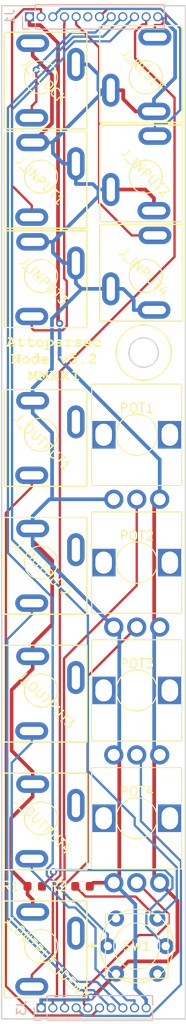
<source format=kicad_pcb>
(kicad_pcb (version 20171130) (host pcbnew "(5.1.6)-1")

  (general
    (thickness 1.6)
    (drawings 7)
    (tracks 274)
    (zones 0)
    (modules 21)
    (nets 29)
  )

  (page A4)
  (layers
    (0 F.Cu signal)
    (31 B.Cu signal)
    (32 B.Adhes user)
    (33 F.Adhes user)
    (34 B.Paste user)
    (35 F.Paste user)
    (36 B.SilkS user)
    (37 F.SilkS user)
    (38 B.Mask user)
    (39 F.Mask user)
    (40 Dwgs.User user)
    (41 Cmts.User user)
    (42 Eco1.User user)
    (43 Eco2.User user)
    (44 Edge.Cuts user)
    (45 Margin user)
    (46 B.CrtYd user)
    (47 F.CrtYd user)
    (48 B.Fab user)
    (49 F.Fab user)
  )

  (setup
    (last_trace_width 0.25)
    (trace_clearance 0.2)
    (zone_clearance 0.508)
    (zone_45_only no)
    (trace_min 0.2)
    (via_size 0.8)
    (via_drill 0.4)
    (via_min_size 0.4)
    (via_min_drill 0.3)
    (uvia_size 0.3)
    (uvia_drill 0.1)
    (uvias_allowed no)
    (uvia_min_size 0.2)
    (uvia_min_drill 0.1)
    (edge_width 0.05)
    (segment_width 0.2)
    (pcb_text_width 0.3)
    (pcb_text_size 1.5 1.5)
    (mod_edge_width 0.12)
    (mod_text_size 1 1)
    (mod_text_width 0.15)
    (pad_size 1.524 1.524)
    (pad_drill 0.762)
    (pad_to_mask_clearance 0.05)
    (aux_axis_origin 0 0)
    (grid_origin 20 20)
    (visible_elements 7FFDF77F)
    (pcbplotparams
      (layerselection 0x010fc_ffffffff)
      (usegerberextensions false)
      (usegerberattributes true)
      (usegerberadvancedattributes true)
      (creategerberjobfile true)
      (excludeedgelayer true)
      (linewidth 0.100000)
      (plotframeref false)
      (viasonmask false)
      (mode 1)
      (useauxorigin false)
      (hpglpennumber 1)
      (hpglpenspeed 20)
      (hpglpendiameter 15.000000)
      (psnegative false)
      (psa4output false)
      (plotreference true)
      (plotvalue true)
      (plotinvisibletext false)
      (padsonsilk false)
      (subtractmaskfromsilk false)
      (outputformat 1)
      (mirror false)
      (drillshape 1)
      (scaleselection 1)
      (outputdirectory ""))
  )

  (net 0 "")
  (net 1 GND)
  (net 2 +5V)
  (net 3 OUTPUT_IDENT_CONT)
  (net 4 SWITCH_CONT)
  (net 5 INPUT_3_CONT)
  (net 6 INPUT_2_CONT)
  (net 7 INPUT_1_CONT)
  (net 8 INPUT_CLOCK_CONT)
  (net 9 OUTPUT_4_CONT)
  (net 10 OUTPUT_3_CONT)
  (net 11 OUTPUT_2_CONT)
  (net 12 OUTPUT_1_CONT)
  (net 13 POT_4_CONT)
  (net 14 POT_3_CONT)
  (net 15 POT_2_CONT)
  (net 16 POT_1_CONT)
  (net 17 "Net-(J_OUTPUT1-Pad2)")
  (net 18 "Net-(J_OUTPUT2-Pad2)")
  (net 19 "Net-(J_OUTPUT3-Pad2)")
  (net 20 "Net-(J_OUTPUT4-Pad2)")
  (net 21 "Net-(J1-Pad6)")
  (net 22 LED_CONT)
  (net 23 "Net-(J_OUTPUT_IDENT1-Pad2)")
  (net 24 "Net-(R1-Pad2)")
  (net 25 INPUT_RESET_CONT)
  (net 26 INPUT_4_CONT)
  (net 27 "Net-(SW1-Pad3)")
  (net 28 "Net-(SW1-Pad2)")

  (net_class Default "This is the default net class."
    (clearance 0.2)
    (trace_width 0.25)
    (via_dia 0.8)
    (via_drill 0.4)
    (uvia_dia 0.3)
    (uvia_drill 0.1)
    (add_net INPUT_1_CONT)
    (add_net INPUT_2_CONT)
    (add_net INPUT_3_CONT)
    (add_net INPUT_4_CONT)
    (add_net INPUT_CLOCK_CONT)
    (add_net INPUT_RESET_CONT)
    (add_net LED_CONT)
    (add_net "Net-(J1-Pad6)")
    (add_net "Net-(J_OUTPUT1-Pad2)")
    (add_net "Net-(J_OUTPUT2-Pad2)")
    (add_net "Net-(J_OUTPUT3-Pad2)")
    (add_net "Net-(J_OUTPUT4-Pad2)")
    (add_net "Net-(J_OUTPUT_IDENT1-Pad2)")
    (add_net "Net-(R1-Pad2)")
    (add_net "Net-(SW1-Pad2)")
    (add_net "Net-(SW1-Pad3)")
    (add_net OUTPUT_1_CONT)
    (add_net OUTPUT_2_CONT)
    (add_net OUTPUT_3_CONT)
    (add_net OUTPUT_4_CONT)
    (add_net OUTPUT_IDENT_CONT)
    (add_net POT_1_CONT)
    (add_net POT_2_CONT)
    (add_net POT_3_CONT)
    (add_net POT_4_CONT)
    (add_net SWITCH_CONT)
  )

  (net_class Power ""
    (clearance 0.2)
    (trace_width 0.4)
    (via_dia 0.8)
    (via_drill 0.4)
    (uvia_dia 0.3)
    (uvia_drill 0.1)
    (add_net +5V)
    (add_net GND)
  )

  (module LOGO (layer F.Cu) (tedit 0) (tstamp 602A0FD6)
    (at -14.25 -74)
    (fp_text reference G*** (at 0 0) (layer F.SilkS) hide
      (effects (font (size 1.524 1.524) (thickness 0.3)))
    )
    (fp_text value LOGO (at 0.75 0) (layer F.SilkS) hide
      (effects (font (size 1.524 1.524) (thickness 0.3)))
    )
    (fp_poly (pts (xy 1.895854 0.232755) (xy 1.923975 0.246935) (xy 1.978652 0.287312) (xy 2.010859 0.33015)
      (xy 2.019832 0.373441) (xy 2.004807 0.415177) (xy 1.993405 0.429405) (xy 1.956137 0.452966)
      (xy 1.911041 0.452701) (xy 1.859004 0.428642) (xy 1.852433 0.424225) (xy 1.820535 0.404262)
      (xy 1.796551 0.398036) (xy 1.768652 0.403308) (xy 1.75874 0.406469) (xy 1.728341 0.420828)
      (xy 1.685252 0.44665) (xy 1.636603 0.479509) (xy 1.611965 0.49754) (xy 1.5113 0.573393)
      (xy 1.5113 0.8255) (xy 1.65163 0.8255) (xy 1.729016 0.827085) (xy 1.784247 0.832057)
      (xy 1.820382 0.840738) (xy 1.827942 0.844106) (xy 1.861135 0.873291) (xy 1.875078 0.911603)
      (xy 1.869778 0.951601) (xy 1.845241 0.985849) (xy 1.827816 0.997458) (xy 1.802904 1.003613)
      (xy 1.757163 1.00864) (xy 1.695138 1.012526) (xy 1.621377 1.015254) (xy 1.540426 1.016811)
      (xy 1.45683 1.017181) (xy 1.375136 1.016348) (xy 1.29989 1.0143) (xy 1.235639 1.011019)
      (xy 1.186928 1.006492) (xy 1.158305 1.000703) (xy 1.15591 0.999667) (xy 1.122934 0.970154)
      (xy 1.107992 0.929003) (xy 1.114196 0.885132) (xy 1.115172 0.882906) (xy 1.140364 0.851518)
      (xy 1.183016 0.832783) (xy 1.245779 0.825638) (xy 1.258126 0.8255) (xy 1.3208 0.8255)
      (xy 1.3208 0.4191) (xy 1.277176 0.4191) (xy 1.217269 0.410892) (xy 1.174544 0.387665)
      (xy 1.151149 0.35151) (xy 1.149234 0.304523) (xy 1.151049 0.296202) (xy 1.165594 0.268961)
      (xy 1.195249 0.249374) (xy 1.242629 0.23666) (xy 1.31035 0.230038) (xy 1.377542 0.2286)
      (xy 1.5113 0.2286) (xy 1.5113 0.332694) (xy 1.552575 0.305128) (xy 1.648893 0.250637)
      (xy 1.738294 0.220398) (xy 1.820656 0.214431) (xy 1.895854 0.232755)) (layer F.SilkS) (width 0.01))
    (fp_poly (pts (xy -4.488514 0.250825) (xy -4.435657 0.381276) (xy -4.391534 0.490198) (xy -4.355215 0.579554)
      (xy -4.325773 0.651305) (xy -4.30228 0.707412) (xy -4.283806 0.749839) (xy -4.269424 0.780546)
      (xy -4.258206 0.801496) (xy -4.249222 0.81465) (xy -4.241545 0.821971) (xy -4.234245 0.825419)
      (xy -4.226396 0.826958) (xy -4.217068 0.828549) (xy -4.214894 0.829059) (xy -4.170218 0.848527)
      (xy -4.146271 0.881186) (xy -4.1402 0.92227) (xy -4.144088 0.955821) (xy -4.157647 0.980847)
      (xy -4.183717 0.998314) (xy -4.225143 1.009185) (xy -4.284765 1.014424) (xy -4.365425 1.014995)
      (xy -4.410445 1.013955) (xy -4.487185 1.010085) (xy -4.541992 1.002651) (xy -4.578257 0.990069)
      (xy -4.59937 0.970757) (xy -4.608722 0.943133) (xy -4.6101 0.92075) (xy -4.59978 0.877535)
      (xy -4.568318 0.847184) (xy -4.514961 0.828993) (xy -4.51129 0.828316) (xy -4.459723 0.81915)
      (xy -4.477149 0.777875) (xy -4.494574 0.7366) (xy -4.703256 0.7366) (xy -4.781058 0.736832)
      (xy -4.837129 0.737783) (xy -4.87514 0.73983) (xy -4.898758 0.743353) (xy -4.911651 0.748732)
      (xy -4.917489 0.756345) (xy -4.918328 0.758825) (xy -4.928883 0.790431) (xy -4.933192 0.801511)
      (xy -4.933697 0.815202) (xy -4.917752 0.823779) (xy -4.887137 0.829286) (xy -4.836229 0.845227)
      (xy -4.802653 0.87432) (xy -4.788613 0.91215) (xy -4.79631 0.9543) (xy -4.812149 0.979668)
      (xy -4.823142 0.991648) (xy -4.836443 1.000037) (xy -4.856569 1.005584) (xy -4.888037 1.009037)
      (xy -4.935361 1.011145) (xy -5.00306 1.012657) (xy -5.012174 1.012823) (xy -5.08938 1.01352)
      (xy -5.145417 1.012184) (xy -5.184459 1.008508) (xy -5.210678 1.00218) (xy -5.221407 0.997311)
      (xy -5.253805 0.967472) (xy -5.266149 0.929923) (xy -5.25963 0.890876) (xy -5.235439 0.856543)
      (xy -5.194769 0.833134) (xy -5.189609 0.831567) (xy -5.140467 0.817788) (xy -5.025336 0.530225)
      (xy -4.82232 0.530225) (xy -4.819109 0.537767) (xy -4.800103 0.542652) (xy -4.762134 0.545292)
      (xy -4.702037 0.546099) (xy -4.700545 0.5461) (xy -4.572371 0.5461) (xy -4.598936 0.479425)
      (xy -4.618043 0.431228) (xy -4.640884 0.373274) (xy -4.659024 0.327025) (xy -4.676292 0.285295)
      (xy -4.690726 0.254795) (xy -4.699485 0.241463) (xy -4.700012 0.2413) (xy -4.707347 0.252372)
      (xy -4.721696 0.282474) (xy -4.740945 0.326929) (xy -4.7617 0.377825) (xy -4.783781 0.433401)
      (xy -4.802712 0.481014) (xy -4.816348 0.515271) (xy -4.82232 0.530225) (xy -5.025336 0.530225)
      (xy -4.879151 0.1651) (xy -4.939581 0.1651) (xy -5.00767 0.159131) (xy -5.058471 0.14197)
      (xy -5.089086 0.114738) (xy -5.093607 0.105564) (xy -5.104202 0.065285) (xy -5.097576 0.034728)
      (xy -5.074228 0.005772) (xy -5.062206 -0.005468) (xy -5.049362 -0.013619) (xy -5.031676 -0.019176)
      (xy -5.005129 -0.022637) (xy -4.965699 -0.024497) (xy -4.909369 -0.025252) (xy -4.832116 -0.0254)
      (xy -4.600533 -0.0254) (xy -4.488514 0.250825)) (layer F.SilkS) (width 0.01))
    (fp_poly (pts (xy 4.753272 0.216655) (xy 4.837137 0.228869) (xy 4.862087 0.235393) (xy 4.911454 0.247146)
      (xy 4.947826 0.247561) (xy 4.967345 0.242629) (xy 5.014055 0.236037) (xy 5.050097 0.25213)
      (xy 5.075146 0.290398) (xy 5.08888 0.350329) (xy 5.090977 0.431411) (xy 5.090669 0.438086)
      (xy 5.083321 0.504399) (xy 5.067969 0.548925) (xy 5.042806 0.574505) (xy 5.006028 0.583984)
      (xy 4.997909 0.5842) (xy 4.954086 0.576836) (xy 4.923321 0.552225) (xy 4.9011 0.50658)
      (xy 4.899474 0.50165) (xy 4.873529 0.456241) (xy 4.828263 0.423827) (xy 4.762219 0.403555)
      (xy 4.721567 0.397769) (xy 4.637609 0.399571) (xy 4.56343 0.42126) (xy 4.501893 0.460248)
      (xy 4.455858 0.513947) (xy 4.428186 0.579767) (xy 4.421737 0.65512) (xy 4.422885 0.668051)
      (xy 4.438978 0.733237) (xy 4.471759 0.782816) (xy 4.522788 0.817903) (xy 4.593624 0.839613)
      (xy 4.675404 0.848628) (xy 4.763268 0.850455) (xy 4.831892 0.845789) (xy 4.88683 0.83366)
      (xy 4.933635 0.813095) (xy 4.955206 0.799698) (xy 5.010228 0.771387) (xy 5.058326 0.763717)
      (xy 5.096471 0.775729) (xy 5.121638 0.806461) (xy 5.130799 0.854954) (xy 5.1308 0.855401)
      (xy 5.118956 0.894246) (xy 5.086022 0.934095) (xy 5.035891 0.971375) (xy 4.972456 1.002515)
      (xy 4.968979 1.003857) (xy 4.911548 1.019416) (xy 4.837283 1.03058) (xy 4.754431 1.036956)
      (xy 4.671241 1.038148) (xy 4.595961 1.033764) (xy 4.54025 1.02433) (xy 4.441376 0.988193)
      (xy 4.361511 0.935802) (xy 4.299262 0.866033) (xy 4.262899 0.800745) (xy 4.243817 0.736021)
      (xy 4.236078 0.657819) (xy 4.239769 0.575431) (xy 4.254979 0.498151) (xy 4.259891 0.482725)
      (xy 4.29557 0.412432) (xy 4.350113 0.345507) (xy 4.41716 0.288274) (xy 4.490346 0.247058)
      (xy 4.501393 0.242673) (xy 4.575367 0.22376) (xy 4.662671 0.215019) (xy 4.753272 0.216655)) (layer F.SilkS) (width 0.01))
    (fp_poly (pts (xy 3.746488 0.230204) (xy 3.840657 0.266545) (xy 3.920766 0.322108) (xy 3.943788 0.344682)
      (xy 4.002925 0.420604) (xy 4.040409 0.501318) (xy 4.05926 0.593866) (xy 4.061367 0.618924)
      (xy 4.067314 0.710798) (xy 3.34908 0.71755) (xy 3.385339 0.760632) (xy 3.421787 0.794643)
      (xy 3.465092 0.823189) (xy 3.472924 0.827028) (xy 3.52924 0.843121) (xy 3.603036 0.85008)
      (xy 3.688104 0.847931) (xy 3.778234 0.836702) (xy 3.833029 0.825411) (xy 3.886636 0.813599)
      (xy 3.935149 0.80473) (xy 3.969979 0.800326) (xy 3.975904 0.8001) (xy 4.018362 0.81061)
      (xy 4.047972 0.837679) (xy 4.06211 0.874615) (xy 4.058153 0.914728) (xy 4.034728 0.950172)
      (xy 3.998338 0.972468) (xy 3.941976 0.992651) (xy 3.871031 1.01001) (xy 3.790893 1.023838)
      (xy 3.70695 1.033425) (xy 3.624593 1.038064) (xy 3.549209 1.037045) (xy 3.486188 1.029661)
      (xy 3.466202 1.024924) (xy 3.369381 0.985247) (xy 3.285939 0.926478) (xy 3.219321 0.851501)
      (xy 3.183227 0.788045) (xy 3.163291 0.72086) (xy 3.155793 0.641283) (xy 3.160632 0.559007)
      (xy 3.16644 0.5334) (xy 3.362401 0.5334) (xy 3.60525 0.5334) (xy 3.680644 0.532893)
      (xy 3.746506 0.531482) (xy 3.798947 0.52933) (xy 3.83408 0.526601) (xy 3.848017 0.523458)
      (xy 3.8481 0.523191) (xy 3.839723 0.508928) (xy 3.818577 0.484794) (xy 3.806777 0.472931)
      (xy 3.753779 0.43463) (xy 3.689092 0.406692) (xy 3.624668 0.394045) (xy 3.614728 0.39377)
      (xy 3.54591 0.402804) (xy 3.478535 0.42714) (xy 3.420578 0.462986) (xy 3.381127 0.504825)
      (xy 3.362401 0.5334) (xy 3.16644 0.5334) (xy 3.177708 0.483731) (xy 3.186629 0.460666)
      (xy 3.232173 0.386824) (xy 3.297228 0.321571) (xy 3.376347 0.268778) (xy 3.464084 0.232313)
      (xy 3.527325 0.218625) (xy 3.641098 0.213944) (xy 3.746488 0.230204)) (layer F.SilkS) (width 0.01))
    (fp_poly (pts (xy 2.695644 0.222518) (xy 2.747005 0.23474) (xy 2.791573 0.246585) (xy 2.821513 0.245697)
      (xy 2.8312 0.241781) (xy 2.86138 0.230156) (xy 2.88608 0.235412) (xy 2.915103 0.259649)
      (xy 2.915227 0.259772) (xy 2.932137 0.280015) (xy 2.941595 0.303362) (xy 2.945656 0.337705)
      (xy 2.9464 0.3795) (xy 2.945491 0.427382) (xy 2.941321 0.457322) (xy 2.931725 0.476754)
      (xy 2.914536 0.493112) (xy 2.912937 0.494378) (xy 2.880446 0.512982) (xy 2.849437 0.5207)
      (xy 2.82175 0.512821) (xy 2.792933 0.49406) (xy 2.772652 0.471726) (xy 2.7686 0.459552)
      (xy 2.757272 0.445759) (xy 2.727873 0.429877) (xy 2.687277 0.414599) (xy 2.642356 0.402619)
      (xy 2.610019 0.397423) (xy 2.545034 0.397406) (xy 2.481725 0.408777) (xy 2.430183 0.429479)
      (xy 2.41993 0.436154) (xy 2.404686 0.449468) (xy 2.407689 0.460162) (xy 2.428138 0.474855)
      (xy 2.454814 0.486198) (xy 2.499038 0.498752) (xy 2.553165 0.510486) (xy 2.579565 0.515095)
      (xy 2.672279 0.531177) (xy 2.744234 0.546968) (xy 2.799997 0.564114) (xy 2.844134 0.584264)
      (xy 2.881213 0.609064) (xy 2.909737 0.634202) (xy 2.958333 0.695019) (xy 2.982537 0.75789)
      (xy 2.982964 0.820409) (xy 2.960229 0.880172) (xy 2.914945 0.934775) (xy 2.847726 0.981811)
      (xy 2.817074 0.996971) (xy 2.73715 1.022664) (xy 2.643578 1.036467) (xy 2.545454 1.0378)
      (xy 2.451871 1.026083) (xy 2.43205 1.021508) (xy 2.381182 1.009265) (xy 2.3463 1.003429)
      (xy 2.318987 1.003358) (xy 2.290827 1.008408) (xy 2.283583 1.010167) (xy 2.253952 1.01144)
      (xy 2.226776 0.995465) (xy 2.216908 0.986162) (xy 2.19927 0.965417) (xy 2.189428 0.942332)
      (xy 2.185202 0.908847) (xy 2.1844 0.865889) (xy 2.186239 0.812977) (xy 2.192913 0.77728)
      (xy 2.206158 0.750805) (xy 2.210721 0.744662) (xy 2.24424 0.718508) (xy 2.283379 0.711403)
      (xy 2.319683 0.72401) (xy 2.331893 0.735156) (xy 2.370673 0.778991) (xy 2.399854 0.807199)
      (xy 2.425189 0.824391) (xy 2.452427 0.835179) (xy 2.459002 0.837084) (xy 2.508829 0.845756)
      (xy 2.571216 0.849481) (xy 2.636312 0.848359) (xy 2.694269 0.842492) (xy 2.729282 0.834308)
      (xy 2.772227 0.813318) (xy 2.791126 0.790274) (xy 2.787056 0.766862) (xy 2.761093 0.74477)
      (xy 2.714313 0.725686) (xy 2.651147 0.711813) (xy 2.532769 0.691587) (xy 2.437486 0.670843)
      (xy 2.363011 0.648177) (xy 2.307054 0.622185) (xy 2.267326 0.591463) (xy 2.24154 0.554608)
      (xy 2.227405 0.510216) (xy 2.222635 0.456882) (xy 2.222583 0.44893) (xy 2.233116 0.382654)
      (xy 2.26516 0.326683) (xy 2.319677 0.279895) (xy 2.397631 0.241169) (xy 2.402527 0.239285)
      (xy 2.464067 0.223626) (xy 2.540019 0.215525) (xy 2.620504 0.215112) (xy 2.695644 0.222518)) (layer F.SilkS) (width 0.01))
    (fp_poly (pts (xy 0.570277 0.217882) (xy 0.637006 0.228861) (xy 0.691624 0.249567) (xy 0.740407 0.281835)
      (xy 0.75411 0.293398) (xy 0.783168 0.321939) (xy 0.804781 0.352063) (xy 0.820004 0.388013)
      (xy 0.829893 0.43403) (xy 0.8355 0.494355) (xy 0.837881 0.57323) (xy 0.8382 0.631636)
      (xy 0.8382 0.822176) (xy 0.884225 0.829645) (xy 0.936187 0.846878) (xy 0.967691 0.877827)
      (xy 0.977705 0.919543) (xy 0.972794 0.9607) (xy 0.954816 0.986094) (xy 0.922839 1.002505)
      (xy 0.891769 1.009744) (xy 0.847759 1.014361) (xy 0.796946 1.016438) (xy 0.745466 1.016055)
      (xy 0.699454 1.01329) (xy 0.665046 1.008224) (xy 0.648379 1.000937) (xy 0.6477 0.998921)
      (xy 0.64255 0.990932) (xy 0.624139 0.991877) (xy 0.588023 1.00223) (xy 0.574675 1.006694)
      (xy 0.505679 1.024128) (xy 0.427491 1.03434) (xy 0.34907 1.036901) (xy 0.279376 1.031379)
      (xy 0.2413 1.02271) (xy 0.176378 0.992228) (xy 0.119346 0.948096) (xy 0.078042 0.8967)
      (xy 0.071506 0.884346) (xy 0.052149 0.816362) (xy 0.053923 0.795243) (xy 0.2413 0.795243)
      (xy 0.252827 0.81947) (xy 0.284182 0.8371) (xy 0.330523 0.847591) (xy 0.38701 0.850398)
      (xy 0.448801 0.844977) (xy 0.511055 0.830785) (xy 0.523006 0.826891) (xy 0.581705 0.80479)
      (xy 0.619429 0.785082) (xy 0.640054 0.764913) (xy 0.647459 0.741431) (xy 0.6477 0.735132)
      (xy 0.642784 0.710179) (xy 0.623112 0.697435) (xy 0.608012 0.693737) (xy 0.553688 0.687163)
      (xy 0.490298 0.685851) (xy 0.427065 0.689391) (xy 0.373214 0.697368) (xy 0.34584 0.705456)
      (xy 0.302631 0.728269) (xy 0.267015 0.755605) (xy 0.245193 0.782138) (xy 0.2413 0.795243)
      (xy 0.053923 0.795243) (xy 0.057907 0.747822) (xy 0.088532 0.679558) (xy 0.143777 0.612405)
      (xy 0.155504 0.601247) (xy 0.206287 0.56108) (xy 0.261182 0.532603) (xy 0.325398 0.514315)
      (xy 0.404141 0.504713) (xy 0.498475 0.502273) (xy 0.561931 0.502327) (xy 0.604259 0.501349)
      (xy 0.629728 0.498578) (xy 0.642608 0.493253) (xy 0.647169 0.484613) (xy 0.6477 0.475667)
      (xy 0.636259 0.441131) (xy 0.603792 0.416085) (xy 0.553077 0.401167) (xy 0.486896 0.397014)
      (xy 0.408027 0.404264) (xy 0.3683 0.411594) (xy 0.290223 0.425911) (xy 0.232538 0.430954)
      (xy 0.191969 0.426677) (xy 0.165242 0.413032) (xy 0.160718 0.408574) (xy 0.145876 0.37897)
      (xy 0.140298 0.340305) (xy 0.144311 0.303606) (xy 0.156946 0.280896) (xy 0.186425 0.265638)
      (xy 0.234887 0.250363) (xy 0.29595 0.236358) (xy 0.36323 0.224908) (xy 0.430345 0.217298)
      (xy 0.485159 0.214796) (xy 0.570277 0.217882)) (layer F.SilkS) (width 0.01))
    (fp_poly (pts (xy -1.472338 0.225748) (xy -1.383512 0.254144) (xy -1.302141 0.298989) (xy -1.23173 0.35995)
      (xy -1.175785 0.436694) (xy -1.14803 0.497075) (xy -1.137077 0.540228) (xy -1.129483 0.595138)
      (xy -1.127182 0.637922) (xy -1.138328 0.73275) (xy -1.171645 0.818631) (xy -1.224818 0.893368)
      (xy -1.29553 0.954762) (xy -1.381465 1.000615) (xy -1.480309 1.02873) (xy -1.546919 1.036282)
      (xy -1.643104 1.034574) (xy -1.714193 1.02186) (xy -1.815063 0.982252) (xy -1.898237 0.925402)
      (xy -1.96264 0.852241) (xy -2.005066 0.769535) (xy -2.028953 0.678195) (xy -2.029067 0.665141)
      (xy -1.840069 0.665141) (xy -1.834136 0.696789) (xy -1.817785 0.727252) (xy -1.805922 0.744117)
      (xy -1.749858 0.800436) (xy -1.679552 0.836266) (xy -1.597008 0.850643) (xy -1.583918 0.850889)
      (xy -1.533343 0.847323) (xy -1.484917 0.838198) (xy -1.463268 0.831176) (xy -1.401409 0.79529)
      (xy -1.352113 0.746941) (xy -1.319604 0.691466) (xy -1.3081 0.635124) (xy -1.319448 0.578036)
      (xy -1.350068 0.52017) (xy -1.394826 0.467786) (xy -1.44859 0.427143) (xy -1.495078 0.407163)
      (xy -1.571431 0.394824) (xy -1.642868 0.40385) (xy -1.696937 0.424207) (xy -1.764675 0.466488)
      (xy -1.810226 0.520529) (xy -1.834587 0.587704) (xy -1.838752 0.620366) (xy -1.840069 0.665141)
      (xy -2.029067 0.665141) (xy -2.02972 0.590422) (xy -2.006947 0.502494) (xy -1.965557 0.419445)
      (xy -1.905611 0.342156) (xy -1.832088 0.283314) (xy -1.748494 0.242584) (xy -1.658334 0.219636)
      (xy -1.565114 0.214135) (xy -1.472338 0.225748)) (layer F.SilkS) (width 0.01))
    (fp_poly (pts (xy -2.711819 -0.032338) (xy -2.685377 -0.012929) (xy -2.66836 0.023305) (xy -2.658903 0.079545)
      (xy -2.656209 0.121078) (xy -2.651768 0.226809) (xy -2.463827 0.230879) (xy -2.389135 0.232864)
      (xy -2.335511 0.235444) (xy -2.29862 0.239191) (xy -2.274131 0.244674) (xy -2.25771 0.252465)
      (xy -2.249194 0.259143) (xy -2.226022 0.295354) (xy -2.223231 0.337508) (xy -2.240385 0.376994)
      (xy -2.255963 0.392778) (xy -2.271392 0.403223) (xy -2.289695 0.410491) (xy -2.315509 0.415146)
      (xy -2.353476 0.417755) (xy -2.408234 0.418883) (xy -2.471863 0.4191) (xy -2.6543 0.4191)
      (xy -2.6543 0.615657) (xy -2.654192 0.690199) (xy -2.653465 0.743468) (xy -2.651512 0.779589)
      (xy -2.64773 0.802687) (xy -2.641514 0.81689) (xy -2.632258 0.826323) (xy -2.622418 0.833104)
      (xy -2.584636 0.846405) (xy -2.529485 0.851324) (xy -2.463389 0.848379) (xy -2.392771 0.838086)
      (xy -2.324053 0.82096) (xy -2.28181 0.805727) (xy -2.236218 0.787327) (xy -2.206704 0.778393)
      (xy -2.186215 0.777905) (xy -2.167694 0.784842) (xy -2.161328 0.788296) (xy -2.127126 0.819668)
      (xy -2.111249 0.86084) (xy -2.116678 0.903745) (xy -2.117746 0.906198) (xy -2.143732 0.936624)
      (xy -2.190196 0.965192) (xy -2.252227 0.99073) (xy -2.324914 1.012068) (xy -2.403345 1.028037)
      (xy -2.482607 1.037464) (xy -2.557789 1.03918) (xy -2.623979 1.032015) (xy -2.63525 1.029524)
      (xy -2.70867 1.001035) (xy -2.770272 0.956236) (xy -2.814945 0.899444) (xy -2.830372 0.864879)
      (xy -2.835788 0.835571) (xy -2.840182 0.785836) (xy -2.843257 0.720637) (xy -2.84472 0.644939)
      (xy -2.8448 0.62202) (xy -2.8448 0.422331) (xy -2.910668 0.416002) (xy -2.96804 0.402376)
      (xy -3.005569 0.375057) (xy -3.021957 0.335115) (xy -3.0226 0.32385) (xy -3.01139 0.281736)
      (xy -2.978406 0.251731) (xy -2.924624 0.234639) (xy -2.912712 0.232985) (xy -2.847274 0.225354)
      (xy -2.842862 0.120351) (xy -2.836795 0.051631) (xy -2.824127 0.004698) (xy -2.802996 -0.023613)
      (xy -2.771535 -0.036469) (xy -2.74955 -0.0381) (xy -2.711819 -0.032338)) (layer F.SilkS) (width 0.01))
    (fp_poly (pts (xy -3.749072 -0.030374) (xy -3.720642 -0.005765) (xy -3.703398 0.037867) (xy -3.696122 0.102665)
      (xy -3.6957 0.127797) (xy -3.6957 0.22677) (xy -3.506494 0.23086) (xy -3.421548 0.233626)
      (xy -3.358763 0.238539) (xy -3.314918 0.246819) (xy -3.286791 0.259687) (xy -3.271159 0.278362)
      (xy -3.264802 0.304063) (xy -3.264095 0.322643) (xy -3.267009 0.355858) (xy -3.277474 0.380589)
      (xy -3.298639 0.398037) (xy -3.333654 0.409402) (xy -3.385666 0.415884) (xy -3.457824 0.418685)
      (xy -3.517066 0.4191) (xy -3.6957 0.4191) (xy -3.6957 0.615657) (xy -3.695592 0.690199)
      (xy -3.694865 0.743468) (xy -3.692912 0.779589) (xy -3.68913 0.802687) (xy -3.682914 0.81689)
      (xy -3.673658 0.826323) (xy -3.663818 0.833104) (xy -3.626036 0.846405) (xy -3.570885 0.851324)
      (xy -3.504789 0.848379) (xy -3.434171 0.838086) (xy -3.365453 0.82096) (xy -3.32321 0.805727)
      (xy -3.277618 0.787327) (xy -3.248104 0.778393) (xy -3.227615 0.777905) (xy -3.209094 0.784842)
      (xy -3.202728 0.788296) (xy -3.16829 0.819915) (xy -3.152631 0.86141) (xy -3.158606 0.904938)
      (xy -3.159521 0.907021) (xy -3.185647 0.937691) (xy -3.232254 0.966374) (xy -3.294436 0.991906)
      (xy -3.367285 1.013127) (xy -3.445897 1.028872) (xy -3.525365 1.037981) (xy -3.600784 1.039291)
      (xy -3.667246 1.03164) (xy -3.67665 1.029524) (xy -3.752052 1.000158) (xy -3.813511 0.953885)
      (xy -3.857079 0.894242) (xy -3.872942 0.85368) (xy -3.877595 0.824303) (xy -3.881532 0.775416)
      (xy -3.884431 0.712906) (xy -3.885968 0.642659) (xy -3.88613 0.612775) (xy -3.8862 0.4191)
      (xy -3.929824 0.4191) (xy -3.98978 0.410994) (xy -4.03321 0.388197) (xy -4.057673 0.352988)
      (xy -4.060731 0.307647) (xy -4.05881 0.298549) (xy -4.039359 0.268485) (xy -4.001801 0.244594)
      (xy -3.953313 0.230657) (xy -3.926012 0.2286) (xy -3.888807 0.2286) (xy -3.884329 0.121974)
      (xy -3.878395 0.053068) (xy -3.866108 0.005925) (xy -3.845555 -0.022702) (xy -3.814818 -0.036061)
      (xy -3.789904 -0.0381) (xy -3.749072 -0.030374)) (layer F.SilkS) (width 0.01))
    (fp_poly (pts (xy -0.432872 0.216505) (xy -0.422168 0.217773) (xy -0.330803 0.241069) (xy -0.247751 0.284116)
      (xy -0.176288 0.343405) (xy -0.119688 0.415429) (xy -0.081226 0.496682) (xy -0.064177 0.583654)
      (xy -0.063625 0.601776) (xy -0.067791 0.676867) (xy -0.082942 0.737209) (xy -0.11263 0.791299)
      (xy -0.160406 0.847633) (xy -0.170898 0.858361) (xy -0.238589 0.918415) (xy -0.305353 0.958429)
      (xy -0.377944 0.980939) (xy -0.463122 0.988483) (xy -0.51435 0.987348) (xy -0.599216 0.979355)
      (xy -0.664418 0.964303) (xy -0.688975 0.954845) (xy -0.7493 0.928002) (xy -0.7493 1.1938)
      (xy -0.669576 1.1938) (xy -0.606925 1.19781) (xy -0.565461 1.211205) (xy -0.542056 1.236025)
      (xy -0.533582 1.274314) (xy -0.5334 1.2827) (xy -0.535026 1.311914) (xy -0.541978 1.333948)
      (xy -0.557366 1.349806) (xy -0.584301 1.360488) (xy -0.625893 1.366999) (xy -0.685253 1.370339)
      (xy -0.765492 1.371512) (xy -0.809276 1.3716) (xy -0.889476 1.371396) (xy -0.94823 1.37051)
      (xy -0.989489 1.368534) (xy -1.017206 1.365057) (xy -1.035333 1.359668) (xy -1.047822 1.351958)
      (xy -1.0541 1.3462) (xy -1.076932 1.308566) (xy -1.07875 1.268342) (xy -1.062384 1.231696)
      (xy -1.03066 1.204799) (xy -0.986406 1.19382) (xy -0.98425 1.1938) (xy -0.9398 1.1938)
      (xy -0.9398 0.616857) (xy -0.74295 0.616857) (xy -0.74035 0.652478) (xy -0.729363 0.680252)
      (xy -0.705208 0.710124) (xy -0.691249 0.724428) (xy -0.627887 0.775113) (xy -0.560794 0.802192)
      (xy -0.485219 0.807438) (xy -0.47174 0.806341) (xy -0.427537 0.799868) (xy -0.390176 0.790869)
      (xy -0.37649 0.785608) (xy -0.332748 0.755277) (xy -0.291514 0.713589) (xy -0.261094 0.669593)
      (xy -0.253012 0.651055) (xy -0.246469 0.624247) (xy -0.248189 0.599277) (xy -0.259851 0.567361)
      (xy -0.274998 0.53584) (xy -0.300096 0.491333) (xy -0.326572 0.461485) (xy -0.363711 0.436817)
      (xy -0.381 0.427626) (xy -0.458487 0.400313) (xy -0.534037 0.397583) (xy -0.604701 0.418717)
      (xy -0.66753 0.462995) (xy -0.704675 0.506528) (xy -0.731929 0.554419) (xy -0.742416 0.600965)
      (xy -0.74295 0.616857) (xy -0.9398 0.616857) (xy -0.9398 0.4191) (xy -0.976188 0.4191)
      (xy -1.023292 0.408894) (xy -1.057402 0.382155) (xy -1.075522 0.344703) (xy -1.074657 0.302357)
      (xy -1.055423 0.265178) (xy -1.042836 0.25203) (xy -1.026939 0.243151) (xy -1.002521 0.237449)
      (xy -0.96437 0.233833) (xy -0.907273 0.231213) (xy -0.890323 0.230617) (xy -0.828971 0.228737)
      (xy -0.788611 0.228574) (xy -0.764854 0.230811) (xy -0.753312 0.236132) (xy -0.749598 0.24522)
      (xy -0.7493 0.252595) (xy -0.749026 0.269944) (xy -0.744453 0.276879) (xy -0.729959 0.273352)
      (xy -0.699922 0.259319) (xy -0.685011 0.25207) (xy -0.610653 0.226783) (xy -0.5234 0.214509)
      (xy -0.432872 0.216505)) (layer F.SilkS) (width 0.01))
    (fp_poly (pts (xy 4.208752 1.714221) (xy 4.2764 1.72934) (xy 4.293245 1.735918) (xy 4.372069 1.783013)
      (xy 4.434767 1.844887) (xy 4.479682 1.91766) (xy 4.505157 1.997456) (xy 4.509536 2.080395)
      (xy 4.491163 2.162602) (xy 4.483447 2.181213) (xy 4.456893 2.223861) (xy 4.410157 2.279916)
      (xy 4.344073 2.348521) (xy 4.259474 2.428817) (xy 4.157194 2.519946) (xy 4.141197 2.53379)
      (xy 4.008844 2.64795) (xy 4.178905 2.651513) (xy 4.25434 2.651945) (xy 4.316741 2.650016)
      (xy 4.361723 2.645947) (xy 4.38233 2.641255) (xy 4.423839 2.63359) (xy 4.46391 2.641316)
      (xy 4.492645 2.66214) (xy 4.496134 2.667625) (xy 4.502822 2.692444) (xy 4.507312 2.732702)
      (xy 4.5085 2.767765) (xy 4.5085 2.8448) (xy 3.7084 2.8448) (xy 3.7084 2.647684)
      (xy 3.870325 2.512047) (xy 3.98586 2.414309) (xy 4.084101 2.329168) (xy 4.164409 2.257203)
      (xy 4.226146 2.198996) (xy 4.268671 2.155129) (xy 4.285908 2.134307) (xy 4.31331 2.08)
      (xy 4.317793 2.027318) (xy 4.301792 1.979385) (xy 4.267744 1.939326) (xy 4.218085 1.910268)
      (xy 4.155251 1.895334) (xy 4.099673 1.895403) (xy 4.038416 1.908936) (xy 3.990096 1.93875)
      (xy 3.949278 1.988713) (xy 3.935453 2.012232) (xy 3.913598 2.048423) (xy 3.89365 2.075423)
      (xy 3.884653 2.084024) (xy 3.846857 2.094894) (xy 3.804392 2.089156) (xy 3.7719 2.0701)
      (xy 3.750234 2.032049) (xy 3.748043 1.984812) (xy 3.762984 1.932209) (xy 3.792717 1.878064)
      (xy 3.834899 1.826197) (xy 3.887188 1.780431) (xy 3.947244 1.744587) (xy 3.979284 1.731637)
      (xy 4.050623 1.715239) (xy 4.130303 1.709477) (xy 4.208752 1.714221)) (layer F.SilkS) (width 0.01))
    (fp_poly (pts (xy 1.34197 2.059444) (xy 1.409656 2.061903) (xy 1.45683 2.065345) (xy 1.488378 2.070541)
      (xy 1.509188 2.078261) (xy 1.522706 2.087943) (xy 1.541939 2.119039) (xy 1.549642 2.15957)
      (xy 1.543945 2.196677) (xy 1.53968 2.204723) (xy 1.51271 2.227587) (xy 1.472707 2.243617)
      (xy 1.441315 2.2479) (xy 1.430471 2.249261) (xy 1.419761 2.255057) (xy 1.407646 2.267859)
      (xy 1.392589 2.290235) (xy 1.373052 2.324756) (xy 1.347497 2.373992) (xy 1.314387 2.440511)
      (xy 1.272183 2.526885) (xy 1.262719 2.54635) (xy 1.117679 2.8448) (xy 0.928818 2.8448)
      (xy 0.78374 2.548308) (xy 0.638661 2.251817) (xy 0.590805 2.244051) (xy 0.539549 2.22673)
      (xy 0.506869 2.196916) (xy 0.494691 2.158668) (xy 0.504936 2.116045) (xy 0.519577 2.093731)
      (xy 0.530146 2.082022) (xy 0.542615 2.07384) (xy 0.561366 2.068554) (xy 0.590785 2.065534)
      (xy 0.635256 2.064147) (xy 0.699163 2.063764) (xy 0.727794 2.06375) (xy 0.80115 2.064085)
      (xy 0.853533 2.065429) (xy 0.889365 2.06829) (xy 0.913069 2.073176) (xy 0.929067 2.080595)
      (xy 0.938466 2.087943) (xy 0.959677 2.122603) (xy 0.964568 2.167096) (xy 0.952345 2.210088)
      (xy 0.93174 2.228636) (xy 0.898732 2.241686) (xy 0.895195 2.242416) (xy 0.866181 2.249912)
      (xy 0.851891 2.257645) (xy 0.851563 2.258838) (xy 0.857245 2.272453) (xy 0.872444 2.30451)
      (xy 0.895126 2.350827) (xy 0.923257 2.407224) (xy 0.937442 2.435352) (xy 1.022659 2.603754)
      (xy 1.108229 2.432057) (xy 1.137981 2.372058) (xy 1.163236 2.320551) (xy 1.182028 2.281592)
      (xy 1.192392 2.259236) (xy 1.1938 2.255543) (xy 1.182772 2.250267) (xy 1.155716 2.243615)
      (xy 1.150626 2.242627) (xy 1.105677 2.22555) (xy 1.081478 2.19452) (xy 1.077525 2.148608)
      (xy 1.083396 2.118197) (xy 1.095954 2.094139) (xy 1.121007 2.076793) (xy 1.161395 2.065514)
      (xy 1.219959 2.059656) (xy 1.299539 2.058573) (xy 1.34197 2.059444)) (layer F.SilkS) (width 0.01))
    (fp_poly (pts (xy -3.933416 1.804729) (xy -3.891146 1.805643) (xy -3.818108 1.807571) (xy -3.766272 1.809974)
      (xy -3.731441 1.813446) (xy -3.709418 1.818583) (xy -3.696004 1.82598) (xy -3.6883 1.834402)
      (xy -3.670797 1.876124) (xy -3.673121 1.919074) (xy -3.692754 1.956024) (xy -3.727178 1.97975)
      (xy -3.74015 1.983234) (xy -3.747007 1.985266) (xy -3.752531 1.990283) (xy -3.756894 2.000835)
      (xy -3.760263 2.019474) (xy -3.762809 2.048748) (xy -3.764701 2.09121) (xy -3.766108 2.149408)
      (xy -3.767198 2.225894) (xy -3.768142 2.323218) (xy -3.768894 2.416345) (xy -3.772238 2.8448)
      (xy -3.864144 2.844431) (xy -3.95605 2.844063) (xy -4.175125 2.499356) (xy -4.394201 2.154648)
      (xy -4.3942 2.402858) (xy -4.3942 2.651068) (xy -4.330572 2.657182) (xy -4.271457 2.670075)
      (xy -4.233966 2.695649) (xy -4.217398 2.734472) (xy -4.2164 2.74955) (xy -4.219435 2.781752)
      (xy -4.230761 2.805353) (xy -4.25371 2.821752) (xy -4.291614 2.832345) (xy -4.347806 2.838529)
      (xy -4.425617 2.841702) (xy -4.436768 2.841951) (xy -4.51843 2.84257) (xy -4.577533 2.840373)
      (xy -4.616783 2.835185) (xy -4.63529 2.828981) (xy -4.668824 2.799735) (xy -4.682915 2.761929)
      (xy -4.678451 2.722223) (xy -4.656324 2.687277) (xy -4.617425 2.663751) (xy -4.613013 2.662387)
      (xy -4.572 2.650625) (xy -4.572 1.996132) (xy -4.621629 1.987747) (xy -4.671441 1.974403)
      (xy -4.701629 1.952234) (xy -4.717567 1.916907) (xy -4.719299 1.909016) (xy -4.720873 1.876223)
      (xy -4.706932 1.849358) (xy -4.694216 1.83556) (xy -4.678425 1.820975) (xy -4.662378 1.811637)
      (xy -4.640459 1.80657) (xy -4.607055 1.8048) (xy -4.556551 1.80535) (xy -4.524909 1.806143)
      (xy -4.388626 1.80975) (xy -4.185038 2.129395) (xy -4.133409 2.210279) (xy -4.085963 2.284272)
      (xy -4.044471 2.348639) (xy -4.010703 2.400645) (xy -3.986431 2.437556) (xy -3.973425 2.456637)
      (xy -3.971925 2.458536) (xy -3.968937 2.449578) (xy -3.966333 2.41896) (xy -3.964271 2.370422)
      (xy -3.962907 2.307701) (xy -3.962401 2.234539) (xy -3.9624 2.232602) (xy -3.9624 1.997172)
      (xy -4.026405 1.988681) (xy -4.083049 1.973368) (xy -4.121254 1.94693) (xy -4.139299 1.912636)
      (xy -4.135459 1.873756) (xy -4.108097 1.833641) (xy -4.094857 1.82117) (xy -4.081293 1.812538)
      (xy -4.062886 1.807161) (xy -4.035118 1.804456) (xy -3.993467 1.803839) (xy -3.933416 1.804729)) (layer F.SilkS) (width 0.01))
    (fp_poly (pts (xy 3.161425 2.638339) (xy 3.201647 2.663367) (xy 3.227418 2.699046) (xy 3.238389 2.74044)
      (xy 3.234211 2.782613) (xy 3.214534 2.820628) (xy 3.179009 2.849548) (xy 3.127288 2.864437)
      (xy 3.12378 2.864766) (xy 3.084747 2.866072) (xy 3.054555 2.863655) (xy 3.048 2.861901)
      (xy 3.002318 2.831526) (xy 2.976834 2.786187) (xy 2.9718 2.748465) (xy 2.982649 2.695674)
      (xy 3.013545 2.656813) (xy 3.062013 2.634068) (xy 3.107101 2.6289) (xy 3.161425 2.638339)) (layer F.SilkS) (width 0.01))
    (fp_poly (pts (xy 2.138376 1.740003) (xy 2.21186 1.740483) (xy 2.26642 1.741594) (xy 2.305297 1.74359)
      (xy 2.331727 1.746724) (xy 2.34895 1.75125) (xy 2.360204 1.757423) (xy 2.368698 1.765463)
      (xy 2.388558 1.803437) (xy 2.38994 1.846168) (xy 2.373286 1.88382) (xy 2.362909 1.894279)
      (xy 2.349371 1.90311) (xy 2.331262 1.909427) (xy 2.304462 1.913638) (xy 2.26485 1.916149)
      (xy 2.208306 1.917366) (xy 2.130708 1.917699) (xy 2.125843 1.9177) (xy 1.9177 1.9177)
      (xy 1.9177 2.014431) (xy 1.918062 2.063199) (xy 1.920191 2.091417) (xy 1.925648 2.103934)
      (xy 1.935997 2.105599) (xy 1.946275 2.103107) (xy 1.974324 2.097465) (xy 2.016961 2.091296)
      (xy 2.051789 2.087316) (xy 2.149464 2.089232) (xy 2.239949 2.114015) (xy 2.319965 2.160004)
      (xy 2.386233 2.225539) (xy 2.417426 2.27247) (xy 2.437652 2.31221) (xy 2.45021 2.349303)
      (xy 2.457403 2.39314) (xy 2.461487 2.452043) (xy 2.460868 2.544583) (xy 2.447887 2.619782)
      (xy 2.420654 2.683438) (xy 2.377278 2.741351) (xy 2.361931 2.757378) (xy 2.305955 2.804426)
      (xy 2.247527 2.833584) (xy 2.233585 2.838154) (xy 2.158202 2.854419) (xy 2.070101 2.863303)
      (xy 1.980061 2.864389) (xy 1.898856 2.85726) (xy 1.871837 2.852147) (xy 1.780847 2.82518)
      (xy 1.714085 2.791298) (xy 1.671279 2.750297) (xy 1.65216 2.701973) (xy 1.651 2.685192)
      (xy 1.660323 2.641514) (xy 1.686339 2.614742) (xy 1.726111 2.605658) (xy 1.776706 2.615043)
      (xy 1.826538 2.638425) (xy 1.85563 2.65431) (xy 1.882344 2.664497) (xy 1.913569 2.670234)
      (xy 1.956198 2.672768) (xy 2.01712 2.673349) (xy 2.0193 2.67335) (xy 2.109572 2.669347)
      (xy 2.177912 2.656191) (xy 2.226674 2.63216) (xy 2.258213 2.595532) (xy 2.274885 2.544585)
      (xy 2.279117 2.483408) (xy 2.270352 2.40612) (xy 2.244625 2.346482) (xy 2.200981 2.302424)
      (xy 2.193308 2.297332) (xy 2.14503 2.279837) (xy 2.081435 2.275823) (xy 2.008483 2.284903)
      (xy 1.932137 2.306686) (xy 1.90887 2.315891) (xy 1.856817 2.335177) (xy 1.8191 2.340763)
      (xy 1.788607 2.332549) (xy 1.762125 2.313851) (xy 1.754779 2.305335) (xy 1.749239 2.291886)
      (xy 1.745255 2.270185) (xy 1.742577 2.236915) (xy 1.740959 2.188759) (xy 1.740151 2.122399)
      (xy 1.739904 2.034517) (xy 1.7399 2.017331) (xy 1.7399 1.7399) (xy 2.042731 1.7399)
      (xy 2.138376 1.740003)) (layer F.SilkS) (width 0.01))
    (fp_poly (pts (xy -0.929886 2.061922) (xy -0.839742 2.097539) (xy -0.756619 2.153389) (xy -0.692174 2.22549)
      (xy -0.647849 2.311434) (xy -0.625085 2.408816) (xy -0.622238 2.460625) (xy -0.6223 2.54)
      (xy -0.97155 2.54) (xy -1.062765 2.540236) (xy -1.145092 2.540904) (xy -1.215291 2.54194)
      (xy -1.270119 2.543281) (xy -1.306333 2.544864) (xy -1.320691 2.546626) (xy -1.3208 2.546796)
      (xy -1.310314 2.572351) (xy -1.282956 2.602737) (xy -1.244884 2.63206) (xy -1.213379 2.649636)
      (xy -1.138617 2.672229) (xy -1.046395 2.679322) (xy -0.939398 2.670883) (xy -0.8509 2.6543)
      (xy -0.776601 2.638719) (xy -0.722334 2.631224) (xy -0.684067 2.631772) (xy -0.657766 2.640322)
      (xy -0.643319 2.652125) (xy -0.625481 2.686912) (xy -0.622334 2.728366) (xy -0.633246 2.766297)
      (xy -0.651695 2.787274) (xy -0.700221 2.810165) (xy -0.767897 2.830012) (xy -0.84858 2.846117)
      (xy -0.936129 2.857782) (xy -1.024403 2.864311) (xy -1.107259 2.865005) (xy -1.178556 2.859167)
      (xy -1.216278 2.851402) (xy -1.262666 2.836582) (xy -1.305341 2.820168) (xy -1.321728 2.81257)
      (xy -1.37537 2.775097) (xy -1.428542 2.721294) (xy -1.473915 2.659288) (xy -1.494785 2.620582)
      (xy -1.510673 2.582327) (xy -1.519645 2.547998) (xy -1.523065 2.508493) (xy -1.5223 2.45471)
      (xy -1.521742 2.440903) (xy -1.514556 2.3622) (xy -1.321561 2.3622) (xy -0.824915 2.3622)
      (xy -0.846059 2.329929) (xy -0.869452 2.304605) (xy -0.905205 2.276437) (xy -0.925727 2.263254)
      (xy -0.964225 2.243557) (xy -1.001498 2.233048) (xy -1.04852 2.229167) (xy -1.07315 2.228899)
      (xy -1.160645 2.23866) (xy -1.232057 2.267942) (xy -1.287742 2.316899) (xy -1.294653 2.325804)
      (xy -1.321561 2.3622) (xy -1.514556 2.3622) (xy -1.514335 2.359788) (xy -1.497894 2.295605)
      (xy -1.469234 2.240568) (xy -1.425168 2.186892) (xy -1.41246 2.173861) (xy -1.332591 2.111211)
      (xy -1.240127 2.068123) (xy -1.139341 2.045166) (xy -1.034503 2.042909) (xy -0.929886 2.061922)) (layer F.SilkS) (width 0.01))
    (fp_poly (pts (xy -1.8034 1.729573) (xy -1.69545 1.73355) (xy -1.69212 2.191518) (xy -1.688789 2.649486)
      (xy -1.635257 2.661418) (xy -1.590231 2.681012) (xy -1.561555 2.712403) (xy -1.550434 2.74981)
      (xy -1.558074 2.787453) (xy -1.585681 2.819549) (xy -1.600411 2.828467) (xy -1.628245 2.836608)
      (xy -1.670195 2.842096) (xy -1.720136 2.844963) (xy -1.771944 2.845243) (xy -1.819494 2.842967)
      (xy -1.85666 2.83817) (xy -1.877318 2.830884) (xy -1.8796 2.82697) (xy -1.884123 2.818341)
      (xy -1.900878 2.819272) (xy -1.934646 2.830318) (xy -1.946275 2.834713) (xy -2.00365 2.850489)
      (xy -2.074722 2.861115) (xy -2.149618 2.865896) (xy -2.218466 2.864135) (xy -2.264188 2.857145)
      (xy -2.361212 2.820793) (xy -2.441785 2.765436) (xy -2.504712 2.692257) (xy -2.548794 2.602441)
      (xy -2.560397 2.564034) (xy -2.572552 2.46776) (xy -2.569762 2.443515) (xy -2.384086 2.443515)
      (xy -2.382583 2.507972) (xy -2.362227 2.568022) (xy -2.323088 2.619318) (xy -2.268207 2.656155)
      (xy -2.20692 2.674248) (xy -2.135281 2.679457) (xy -2.062741 2.672325) (xy -1.998754 2.653397)
      (xy -1.97206 2.639114) (xy -1.922866 2.592508) (xy -1.89292 2.533588) (xy -1.882907 2.467376)
      (xy -1.893512 2.398893) (xy -1.92542 2.333162) (xy -1.929546 2.327295) (xy -1.980579 2.274669)
      (xy -2.043833 2.242484) (xy -2.122017 2.229488) (xy -2.142362 2.229082) (xy -2.191908 2.231365)
      (xy -2.227987 2.240115) (xy -2.262344 2.25871) (xy -2.274737 2.267182) (xy -2.330235 2.318773)
      (xy -2.366661 2.379) (xy -2.384086 2.443515) (xy -2.569762 2.443515) (xy -2.561555 2.372201)
      (xy -2.529424 2.281514) (xy -2.478174 2.199856) (xy -2.409821 2.131384) (xy -2.326379 2.080253)
      (xy -2.325641 2.079918) (xy -2.240492 2.052853) (xy -2.147133 2.042445) (xy -2.053798 2.048622)
      (xy -1.968719 2.071316) (xy -1.942377 2.083168) (xy -1.910892 2.098494) (xy -1.889925 2.107338)
      (xy -1.886456 2.1082) (xy -1.883179 2.096536) (xy -1.880755 2.065683) (xy -1.87963 2.021847)
      (xy -1.8796 2.01295) (xy -1.8796 1.9177) (xy -1.914525 1.917512) (xy -1.967442 1.907699)
      (xy -2.004019 1.881215) (xy -2.021548 1.841526) (xy -2.017323 1.792099) (xy -2.015914 1.787678)
      (xy -1.997598 1.760092) (xy -1.962786 1.741516) (xy -1.909092 1.731299) (xy -1.834131 1.728788)
      (xy -1.8034 1.729573)) (layer F.SilkS) (width 0.01))
    (fp_poly (pts (xy -3.039969 2.051071) (xy -2.945135 2.080828) (xy -2.859424 2.129279) (xy -2.786423 2.195213)
      (xy -2.729719 2.277415) (xy -2.720129 2.29682) (xy -2.693926 2.378781) (xy -2.685495 2.467344)
      (xy -2.694898 2.553956) (xy -2.717714 2.621224) (xy -2.772171 2.7058) (xy -2.844802 2.774241)
      (xy -2.932879 2.824844) (xy -3.033674 2.855907) (xy -3.108335 2.865013) (xy -3.17561 2.86529)
      (xy -3.235429 2.859653) (xy -3.2639 2.853571) (xy -3.369423 2.812658) (xy -3.45471 2.756728)
      (xy -3.520318 2.685353) (xy -3.552051 2.631747) (xy -3.572274 2.585269) (xy -3.583219 2.542602)
      (xy -3.587403 2.491883) (xy -3.587554 2.479544) (xy -3.403965 2.479544) (xy -3.386233 2.540913)
      (xy -3.344271 2.596579) (xy -3.279462 2.644671) (xy -3.209485 2.671821) (xy -3.131111 2.680212)
      (xy -3.053486 2.669452) (xy -3.016142 2.656014) (xy -2.970306 2.627585) (xy -2.926651 2.587799)
      (xy -2.892333 2.544204) (xy -2.875184 2.507327) (xy -2.872055 2.445956) (xy -2.889888 2.382734)
      (xy -2.925569 2.323903) (xy -2.975985 2.275705) (xy -2.997604 2.261899) (xy -3.072645 2.2327)
      (xy -3.150352 2.225349) (xy -3.225763 2.238727) (xy -3.293913 2.271713) (xy -3.34984 2.323189)
      (xy -3.365267 2.344826) (xy -3.397098 2.413754) (xy -3.403965 2.479544) (xy -3.587554 2.479544)
      (xy -3.58775 2.463532) (xy -3.575942 2.36102) (xy -3.54143 2.268724) (xy -3.485586 2.18876)
      (xy -3.409783 2.123248) (xy -3.343344 2.086094) (xy -3.24266 2.052491) (xy -3.140339 2.041221)
      (xy -3.039969 2.051071)) (layer F.SilkS) (width 0.01))
    (fp_poly (pts (xy 2.404767 3.632334) (xy 2.481955 3.632879) (xy 2.540098 3.634047) (xy 2.582371 3.636051)
      (xy 2.611951 3.639103) (xy 2.632015 3.643418) (xy 2.645739 3.649207) (xy 2.655009 3.65562)
      (xy 2.678599 3.689394) (xy 2.683363 3.731292) (xy 2.669178 3.772252) (xy 2.656819 3.787725)
      (xy 2.639234 3.801357) (xy 2.615286 3.81033) (xy 2.578899 3.816038) (xy 2.523995 3.819879)
      (xy 2.515002 3.820322) (xy 2.4003 3.825806) (xy 2.4003 4.4831) (xy 2.50253 4.4831)
      (xy 2.581002 4.487452) (xy 2.63665 4.501073) (xy 2.670613 4.524813) (xy 2.684031 4.559519)
      (xy 2.678043 4.606041) (xy 2.676108 4.612353) (xy 2.652907 4.645258) (xy 2.626083 4.659978)
      (xy 2.598891 4.664895) (xy 2.551667 4.66873) (xy 2.488922 4.671502) (xy 2.415168 4.673229)
      (xy 2.334914 4.673931) (xy 2.252671 4.673626) (xy 2.172952 4.672333) (xy 2.100266 4.670069)
      (xy 2.039124 4.666854) (xy 1.994038 4.662706) (xy 1.969519 4.657645) (xy 1.96871 4.657267)
      (xy 1.936294 4.628911) (xy 1.921769 4.590816) (xy 1.924818 4.550497) (xy 1.945125 4.515469)
      (xy 1.97552 4.495545) (xy 2.003852 4.489547) (xy 2.048631 4.485134) (xy 2.100915 4.483139)
      (xy 2.109026 4.4831) (xy 2.2098 4.4831) (xy 2.2098 3.8227) (xy 2.124075 3.822629)
      (xy 2.045285 3.818461) (xy 1.984495 3.806544) (xy 1.944244 3.787539) (xy 1.930549 3.772179)
      (xy 1.917854 3.726132) (xy 1.928711 3.684006) (xy 1.951162 3.658521) (xy 1.962632 3.65042)
      (xy 1.976039 3.644175) (xy 1.994618 3.639544) (xy 2.021606 3.636289) (xy 2.060239 3.634167)
      (xy 2.113753 3.63294) (xy 2.185386 3.632365) (xy 2.278372 3.632204) (xy 2.305355 3.6322)
      (xy 2.404767 3.632334)) (layer F.SilkS) (width 0.01))
    (fp_poly (pts (xy 1.511485 3.633926) (xy 1.562642 3.640197) (xy 1.596794 3.65265) (xy 1.618054 3.672919)
      (xy 1.630535 3.702643) (xy 1.632126 3.708949) (xy 1.629684 3.742502) (xy 1.612253 3.776493)
      (xy 1.586108 3.801898) (xy 1.561864 3.81) (xy 1.543868 3.820054) (xy 1.512391 3.849263)
      (xy 1.468828 3.896193) (xy 1.414575 3.95941) (xy 1.404182 3.971925) (xy 1.359547 4.026304)
      (xy 1.321202 4.073777) (xy 1.291839 4.110954) (xy 1.274147 4.134439) (xy 1.270146 4.140948)
      (xy 1.278014 4.154775) (xy 1.299613 4.18336) (xy 1.331614 4.22287) (xy 1.370687 4.269466)
      (xy 1.413504 4.319315) (xy 1.456736 4.36858) (xy 1.497054 4.413426) (xy 1.531129 4.450016)
      (xy 1.555632 4.474515) (xy 1.567088 4.4831) (xy 1.599953 4.494225) (xy 1.629458 4.521982)
      (xy 1.648095 4.557945) (xy 1.651 4.577303) (xy 1.647953 4.610504) (xy 1.636576 4.634556)
      (xy 1.613512 4.650859) (xy 1.575405 4.660809) (xy 1.518899 4.665805) (xy 1.440639 4.667246)
      (xy 1.4351 4.66725) (xy 1.366377 4.666819) (xy 1.31826 4.665118) (xy 1.285962 4.661535)
      (xy 1.264698 4.655459) (xy 1.24968 4.646276) (xy 1.245933 4.643056) (xy 1.221996 4.606498)
      (xy 1.219918 4.564703) (xy 1.239086 4.524274) (xy 1.258756 4.504783) (xy 1.298312 4.473825)
      (xy 1.224286 4.383212) (xy 1.191232 4.34365) (xy 1.164199 4.312969) (xy 1.147101 4.29553)
      (xy 1.143455 4.29314) (xy 1.132054 4.303328) (xy 1.107449 4.331731) (xy 1.071488 4.376108)
      (xy 1.026022 4.434217) (xy 1.011816 4.452675) (xy 0.996786 4.474444) (xy 0.999184 4.485523)
      (xy 1.019609 4.494757) (xy 1.049811 4.515065) (xy 1.064311 4.549756) (xy 1.066605 4.582563)
      (xy 1.060642 4.621914) (xy 1.039382 4.646727) (xy 1.011739 4.660105) (xy 0.984908 4.66534)
      (xy 0.940131 4.669219) (xy 0.8846 4.67164) (xy 0.825505 4.6725) (xy 0.770039 4.671695)
      (xy 0.725391 4.669124) (xy 0.698753 4.664681) (xy 0.6985 4.66459) (xy 0.658505 4.639308)
      (xy 0.637782 4.604028) (xy 0.635798 4.56466) (xy 0.652021 4.527112) (xy 0.685919 4.497292)
      (xy 0.714619 4.485541) (xy 0.73556 4.471746) (xy 0.769422 4.439442) (xy 0.814226 4.390693)
      (xy 0.867998 4.327564) (xy 0.881081 4.31165) (xy 0.925734 4.256618) (xy 0.964147 4.208535)
      (xy 0.993673 4.170775) (xy 1.011666 4.146712) (xy 1.015997 4.13969) (xy 1.008278 4.128128)
      (xy 0.986915 4.100497) (xy 0.954607 4.060177) (xy 0.914051 4.010547) (xy 0.88165 3.971415)
      (xy 0.823447 3.903341) (xy 0.777126 3.853137) (xy 0.7436 3.821732) (xy 0.723782 3.810054)
      (xy 0.7229 3.81) (xy 0.690864 3.79889) (xy 0.663404 3.771458) (xy 0.648523 3.73655)
      (xy 0.6477 3.726872) (xy 0.656488 3.695641) (xy 0.67775 3.664515) (xy 0.678872 3.663372)
      (xy 0.694287 3.649597) (xy 0.711201 3.640611) (xy 0.735143 3.635397) (xy 0.771641 3.63294)
      (xy 0.826224 3.632226) (xy 0.84861 3.6322) (xy 0.911836 3.632772) (xy 0.955311 3.635063)
      (xy 0.98467 3.639936) (xy 1.005546 3.648253) (xy 1.020637 3.658521) (xy 1.048283 3.69405)
      (xy 1.053557 3.735082) (xy 1.036295 3.774793) (xy 1.023753 3.788152) (xy 0.993406 3.815183)
      (xy 1.063628 3.898316) (xy 1.096412 3.936406) (xy 1.123196 3.966185) (xy 1.139672 3.982918)
      (xy 1.142307 3.98486) (xy 1.153528 3.977221) (xy 1.176098 3.953901) (xy 1.205844 3.91933)
      (xy 1.217381 3.905139) (xy 1.283999 3.822008) (xy 1.257949 3.788891) (xy 1.23815 3.750306)
      (xy 1.232285 3.708626) (xy 1.241619 3.675376) (xy 1.261951 3.656098) (xy 1.295175 3.643044)
      (xy 1.345025 3.635398) (xy 1.415239 3.632343) (xy 1.439208 3.6322) (xy 1.511485 3.633926)) (layer F.SilkS) (width 0.01))
    (fp_poly (pts (xy 0.34103 3.634052) (xy 0.397531 3.640623) (xy 0.435356 3.65343) (xy 0.457764 3.673992)
      (xy 0.468016 3.703827) (xy 0.469705 3.728656) (xy 0.458673 3.771633) (xy 0.425959 3.802312)
      (xy 0.3937 3.814958) (xy 0.376423 3.826952) (xy 0.347256 3.854773) (xy 0.309867 3.894176)
      (xy 0.26793 3.940913) (xy 0.225113 3.990737) (xy 0.185088 4.039402) (xy 0.151525 4.082661)
      (xy 0.128096 4.116267) (xy 0.119556 4.13212) (xy 0.124477 4.14936) (xy 0.14378 4.181021)
      (xy 0.174212 4.223248) (xy 0.212521 4.272183) (xy 0.255452 4.323967) (xy 0.299754 4.374745)
      (xy 0.342171 4.420658) (xy 0.379452 4.457849) (xy 0.408343 4.482462) (xy 0.42138 4.489992)
      (xy 0.465875 4.515421) (xy 0.490215 4.551479) (xy 0.492768 4.593337) (xy 0.471903 4.636169)
      (xy 0.471126 4.637138) (xy 0.458732 4.650178) (xy 0.443217 4.659015) (xy 0.419452 4.664696)
      (xy 0.382309 4.668267) (xy 0.326658 4.670776) (xy 0.302346 4.671581) (xy 0.214431 4.671987)
      (xy 0.148748 4.666392) (xy 0.102687 4.654095) (xy 0.073641 4.634393) (xy 0.058998 4.606583)
      (xy 0.058849 4.605997) (xy 0.057999 4.56081) (xy 0.075515 4.521267) (xy 0.107511 4.49598)
      (xy 0.108731 4.495503) (xy 0.130962 4.485458) (xy 0.133281 4.474049) (xy 0.118483 4.452675)
      (xy 0.070123 4.390404) (xy 0.031131 4.341776) (xy 0.003247 4.308894) (xy -0.011791 4.293863)
      (xy -0.013343 4.29314) (xy -0.023931 4.302057) (xy -0.0465 4.326414) (xy -0.077107 4.361859)
      (xy -0.094603 4.382877) (xy -0.168871 4.473154) (xy -0.128886 4.504447) (xy -0.097881 4.541378)
      (xy -0.087848 4.583234) (xy -0.09941 4.623537) (xy -0.115594 4.643056) (xy -0.131065 4.653827)
      (xy -0.152711 4.661167) (xy -0.18557 4.665859) (xy -0.234681 4.668683) (xy -0.290219 4.670146)
      (xy -0.352036 4.670209) (xy -0.407101 4.668172) (xy -0.44893 4.664404) (xy -0.469542 4.659989)
      (xy -0.501814 4.640723) (xy -0.517088 4.612659) (xy -0.520506 4.576082) (xy -0.509944 4.530561)
      (xy -0.478732 4.499364) (xy -0.450016 4.488105) (xy -0.429381 4.474784) (xy -0.395524 4.442784)
      (xy -0.350209 4.393938) (xy -0.295199 4.330077) (xy -0.278412 4.309891) (xy -0.137616 4.139409)
      (xy -0.268833 3.981495) (xy -0.324087 3.916933) (xy -0.370684 3.866412) (xy -0.406602 3.831997)
      (xy -0.429817 3.815754) (xy -0.4318 3.815084) (xy -0.478092 3.792926) (xy -0.503332 3.757413)
      (xy -0.508 3.727909) (xy -0.505762 3.693404) (xy -0.496556 3.668949) (xy -0.476648 3.652672)
      (xy -0.442303 3.642704) (xy -0.389787 3.637174) (xy -0.321196 3.634371) (xy -0.255218 3.633017)
      (xy -0.209547 3.633626) (xy -0.179128 3.636738) (xy -0.158908 3.642894) (xy -0.143833 3.652632)
      (xy -0.142888 3.653421) (xy -0.112822 3.691615) (xy -0.107694 3.733003) (xy -0.127705 3.775394)
      (xy -0.131342 3.779897) (xy -0.162829 3.817316) (xy -0.105745 3.886683) (xy -0.067033 3.933959)
      (xy -0.040383 3.963192) (xy -0.020569 3.974947) (xy -0.002366 3.969791) (xy 0.01945 3.948289)
      (xy 0.050104 3.911009) (xy 0.055716 3.904178) (xy 0.126899 3.817879) (xy 0.099608 3.78883)
      (xy 0.077808 3.750332) (xy 0.074416 3.707112) (xy 0.089253 3.668377) (xy 0.102244 3.654523)
      (xy 0.120086 3.643985) (xy 0.145816 3.637255) (xy 0.184756 3.633593) (xy 0.24223 3.632257)
      (xy 0.262591 3.6322) (xy 0.34103 3.634052)) (layer F.SilkS) (width 0.01))
    (fp_poly (pts (xy -0.755769 3.63299) (xy -0.713256 3.635913) (xy -0.684944 3.641794) (xy -0.665252 3.651458)
      (xy -0.659691 3.65562) (xy -0.63496 3.689658) (xy -0.6303 3.729908) (xy -0.644116 3.769322)
      (xy -0.674817 3.800851) (xy -0.694804 3.811008) (xy -0.7239 3.822071) (xy -0.7239 4.481081)
      (xy -0.685816 4.489446) (xy -0.64312 4.509699) (xy -0.617671 4.543954) (xy -0.611738 4.585776)
      (xy -0.627589 4.628729) (xy -0.633774 4.637138) (xy -0.646032 4.650065) (xy -0.661354 4.658867)
      (xy -0.684804 4.664561) (xy -0.721442 4.668166) (xy -0.776331 4.670701) (xy -0.805418 4.671672)
      (xy -0.893086 4.673194) (xy -0.95902 4.671148) (xy -1.006689 4.665108) (xy -1.039565 4.654648)
      (xy -1.060042 4.640443) (xy -1.073691 4.613117) (xy -1.079167 4.574781) (xy -1.075325 4.538833)
      (xy -1.069781 4.526276) (xy -1.039806 4.501662) (xy -0.992871 4.48654) (xy -0.953335 4.4831)
      (xy -0.9017 4.4831) (xy -0.9017 4.24815) (xy -0.901928 4.174059) (xy -0.902562 4.109565)
      (xy -0.903527 4.058622) (xy -0.904749 4.025183) (xy -0.906148 4.0132) (xy -0.912445 4.024222)
      (xy -0.927224 4.054844) (xy -0.948785 4.101393) (xy -0.975426 4.160201) (xy -1.0033 4.22275)
      (xy -1.096005 4.4323) (xy -1.252426 4.4323) (xy -1.345818 4.22275) (xy -1.375851 4.155868)
      (xy -1.402352 4.097814) (xy -1.423611 4.052251) (xy -1.437922 4.022842) (xy -1.443505 4.0132)
      (xy -1.44486 4.025241) (xy -1.446039 4.058728) (xy -1.44697 4.10971) (xy -1.447581 4.174232)
      (xy -1.4478 4.24815) (xy -1.4478 4.4831) (xy -1.392363 4.4831) (xy -1.335881 4.491743)
      (xy -1.295056 4.516072) (xy -1.273009 4.553686) (xy -1.27 4.577303) (xy -1.273113 4.610461)
      (xy -1.284696 4.634554) (xy -1.308114 4.651025) (xy -1.346734 4.66132) (xy -1.40392 4.666884)
      (xy -1.483038 4.66916) (xy -1.484018 4.669172) (xy -1.547862 4.66945) (xy -1.60454 4.668804)
      (xy -1.648077 4.667361) (xy -1.672496 4.66525) (xy -1.673114 4.665128) (xy -1.710356 4.646962)
      (xy -1.731639 4.615763) (xy -1.737309 4.577978) (xy -1.727712 4.540049) (xy -1.703194 4.508421)
      (xy -1.6641 4.489538) (xy -1.663685 4.489446) (xy -1.6256 4.481081) (xy -1.6256 3.821378)
      (xy -1.66195 3.808707) (xy -1.697133 3.784527) (xy -1.721025 3.745782) (xy -1.7272 3.713575)
      (xy -1.718782 3.692183) (xy -1.69829 3.665684) (xy -1.696028 3.663372) (xy -1.680146 3.649253)
      (xy -1.6627 3.640208) (xy -1.637923 3.63514) (xy -1.600047 3.632952) (xy -1.543306 3.632546)
      (xy -1.534103 3.632568) (xy -1.40335 3.632936) (xy -1.333965 3.788143) (xy -1.302892 3.857456)
      (xy -1.270514 3.929361) (xy -1.240797 3.995067) (xy -1.218935 4.043098) (xy -1.173291 4.142847)
      (xy -1.060404 3.887523) (xy -0.947517 3.6322) (xy -0.818066 3.6322) (xy -0.755769 3.63299)) (layer F.SilkS) (width 0.01))
    (fp_poly (pts (xy -1.881458 3.635708) (xy -1.8479 3.642056) (xy -1.824182 3.653435) (xy -1.810639 3.664876)
      (xy -1.792986 3.697179) (xy -1.791627 3.735609) (xy -1.804009 3.772397) (xy -1.827575 3.799776)
      (xy -1.858376 3.81) (xy -1.864793 3.811877) (xy -1.869779 3.819378) (xy -1.873513 3.835309)
      (xy -1.876171 3.862474) (xy -1.877931 3.90368) (xy -1.878971 3.96173) (xy -1.879468 4.03943)
      (xy -1.8796 4.139587) (xy -1.8796 4.480346) (xy -1.848739 4.488092) (xy -1.815973 4.502338)
      (xy -1.797939 4.515776) (xy -1.780979 4.548626) (xy -1.779452 4.58992) (xy -1.792755 4.628404)
      (xy -1.804757 4.643056) (xy -1.817924 4.652656) (xy -1.835552 4.659351) (xy -1.862065 4.663648)
      (xy -1.901884 4.666056) (xy -1.959433 4.667081) (xy -2.015439 4.66725) (xy -2.087419 4.667072)
      (xy -2.138384 4.66612) (xy -2.172717 4.663761) (xy -2.194804 4.659364) (xy -2.209027 4.652298)
      (xy -2.219771 4.641931) (xy -2.223633 4.637268) (xy -2.246197 4.594327) (xy -2.24542 4.554134)
      (xy -2.22335 4.520218) (xy -2.182035 4.496107) (xy -2.135968 4.486197) (xy -2.0701 4.479868)
      (xy -2.071103 4.249709) (xy -2.071707 4.177496) (xy -2.072779 4.115949) (xy -2.074207 4.068773)
      (xy -2.075881 4.039673) (xy -2.077645 4.03225) (xy -2.084504 4.047613) (xy -2.099924 4.081966)
      (xy -2.122031 4.131138) (xy -2.148951 4.190961) (xy -2.168983 4.23545) (xy -2.25478 4.42595)
      (xy -2.415527 4.42595) (xy -2.50372 4.229601) (xy -2.533138 4.164507) (xy -2.559088 4.107839)
      (xy -2.579747 4.063521) (xy -2.593289 4.03548) (xy -2.597707 4.02746) (xy -2.599551 4.037583)
      (xy -2.601153 4.069237) (xy -2.602411 4.118551) (xy -2.603227 4.181658) (xy -2.6035 4.250767)
      (xy -2.6035 4.479868) (xy -2.537633 4.486197) (xy -2.482256 4.499802) (xy -2.444469 4.526065)
      (xy -2.42632 4.561457) (xy -2.429857 4.602449) (xy -2.449968 4.637268) (xy -2.461173 4.649438)
      (xy -2.474734 4.657883) (xy -2.495275 4.663385) (xy -2.52742 4.666727) (xy -2.575794 4.668691)
      (xy -2.643643 4.670037) (xy -2.708014 4.670524) (xy -2.76415 4.669883) (xy -2.806674 4.66825)
      (xy -2.830211 4.665765) (xy -2.8321 4.665205) (xy -2.871715 4.638553) (xy -2.893063 4.601582)
      (xy -2.894893 4.560774) (xy -2.875956 4.522611) (xy -2.862138 4.509421) (xy -2.834116 4.491199)
      (xy -2.81209 4.483122) (xy -2.811338 4.4831) (xy -2.805991 4.479096) (xy -2.80182 4.465381)
      (xy -2.798695 4.439396) (xy -2.796482 4.398582) (xy -2.79505 4.340382) (xy -2.794268 4.262237)
      (xy -2.794004 4.161589) (xy -2.794 4.14655) (xy -2.794161 4.044127) (xy -2.794744 3.964389)
      (xy -2.795904 3.904621) (xy -2.797794 3.862109) (xy -2.800567 3.83414) (xy -2.804379 3.817998)
      (xy -2.809381 3.810971) (xy -2.81305 3.81) (xy -2.841503 3.798882) (xy -2.866601 3.771352)
      (xy -2.88141 3.736142) (xy -2.8829 3.722021) (xy -2.871375 3.682023) (xy -2.848905 3.658102)
      (xy -2.830407 3.645723) (xy -2.809201 3.638153) (xy -2.779222 3.634518) (xy -2.734405 3.63394)
      (xy -2.688557 3.634955) (xy -2.562205 3.63855) (xy -2.452678 3.882895) (xy -2.419827 3.955422)
      (xy -2.390197 4.019404) (xy -2.365412 4.071444) (xy -2.347098 4.10815) (xy -2.336883 4.126126)
      (xy -2.33557 4.12737) (xy -2.328414 4.116335) (xy -2.312717 4.085416) (xy -2.290091 4.038012)
      (xy -2.262147 3.97752) (xy -2.230499 3.907341) (xy -2.219689 3.883025) (xy -2.111388 3.63855)
      (xy -1.998669 3.634815) (xy -1.93 3.633568) (xy -1.881458 3.635708)) (layer F.SilkS) (width 0.01))
  )

  (module Attoparsec:P090S_pot (layer F.Cu) (tedit 5F3AC8F0) (tstamp 5FD6E45C)
    (at -5.3 -63.4225)
    (path /5EE6A6E2)
    (fp_text reference POT1 (at 0 -2.9 180) (layer F.SilkS)
      (effects (font (size 1 1) (thickness 0.15)))
    )
    (fp_text value 10K (at 0 -9.12 180) (layer F.Fab)
      (effects (font (size 1 1) (thickness 0.15)))
    )
    (fp_line (start -4.9 -5.5) (end 4.9 -5.5) (layer F.SilkS) (width 0.12))
    (fp_line (start -4.9 -5.5) (end -4.9 5.5) (layer F.SilkS) (width 0.12))
    (fp_line (start 4.9 -5.5) (end 4.9 5.5) (layer F.SilkS) (width 0.12))
    (fp_line (start -4.9 5.5) (end 4.9 5.5) (layer F.SilkS) (width 0.12))
    (fp_circle (center 0 0) (end 2.236068 0) (layer F.SilkS) (width 0.12))
    (pad "" thru_hole rect (at -3.6 0) (size 2.6 3) (drill oval 1.8 2.4) (layers *.Cu *.Mask))
    (pad "" thru_hole rect (at 3.6 0) (size 2.6 3) (drill oval 1.8 2.4) (layers *.Cu *.Mask))
    (pad 1 thru_hole circle (at -2.5 7) (size 2.1 2.1) (drill 1.3) (layers *.Cu *.Mask)
      (net 1 GND))
    (pad 3 thru_hole circle (at 2.5 7) (size 2.1 2.1) (drill 1.3) (layers *.Cu *.Mask)
      (net 2 +5V))
    (pad 2 thru_hole circle (at 0 7) (size 2.1 2.1) (drill 1.3) (layers *.Cu *.Mask)
      (net 16 POT_1_CONT))
  )

  (module Attoparsec:PJ301 (layer F.Cu) (tedit 5F00E814) (tstamp 5FFE89EA)
    (at -15.725 -7.912 180)
    (path /5F01A809)
    (fp_text reference J_OUTPUT_IDENT (at -0.525 -1.2 135) (layer F.SilkS)
      (effects (font (size 1 1) (thickness 0.15)))
    )
    (fp_text value PJ301CM (at 0 -5.715) (layer F.Fab)
      (effects (font (size 1 1) (thickness 0.15)))
    )
    (fp_line (start 4 -5.6) (end 4 4.9) (layer F.SilkS) (width 0.15))
    (fp_line (start -5 -5.6) (end -5 4.9) (layer F.SilkS) (width 0.15))
    (fp_line (start -5 -5.6) (end 4 -5.6) (layer F.SilkS) (width 0.15))
    (fp_line (start -5 4.9) (end 4 4.9) (layer F.SilkS) (width 0.15))
    (fp_circle (center 0 0) (end 1.8 0) (layer F.SilkS) (width 0.12))
    (pad 2 thru_hole oval (at -3.8 1.4 180) (size 1.9 3.6) (drill oval 0.9 2.6) (layers *.Cu *.Mask)
      (net 23 "Net-(J_OUTPUT_IDENT1-Pad2)"))
    (pad 1 thru_hole oval (at 0.9 3.7 180) (size 3.6 1.9) (drill oval 2.6 0.9) (layers *.Cu *.Mask)
      (net 1 GND))
    (pad 3 thru_hole oval (at 1 -4.4 180) (size 3.6 1.9) (drill oval 2.6 0.9) (layers *.Cu *.Mask)
      (net 3 OUTPUT_IDENT_CONT))
  )

  (module Attoparsec:TL1265_ILLUMINATED_TACTILE_SWITCH (layer F.Cu) (tedit 5F14968F) (tstamp 5FFE8A0F)
    (at -5.3 -7.912 90)
    (path /5F3E74A2)
    (fp_text reference SW1 (at 0 0 180) (layer F.SilkS)
      (effects (font (size 1 1) (thickness 0.15)))
    )
    (fp_text value TL1265 (at -0.5 -7.9 90) (layer F.Fab)
      (effects (font (size 1 1) (thickness 0.15)))
    )
    (fp_circle (center 0 0) (end 2.5 0) (layer F.SilkS) (width 0.12))
    (fp_circle (center 0 0) (end 4 0) (layer F.SilkS) (width 0.12))
    (fp_line (start -3.5 3.4) (end 3.5 3.4) (layer F.SilkS) (width 0.12))
    (fp_line (start 3.5 3.4) (end 3.5 -3.4) (layer F.SilkS) (width 0.12))
    (fp_line (start 3.5 -3.4) (end -3.5 -3.4) (layer F.SilkS) (width 0.12))
    (fp_line (start -3.5 -3.4) (end -3.5 3.4) (layer F.SilkS) (width 0.12))
    (pad 6 thru_hole circle (at 0 -3.15 90) (size 1.75 1.75) (drill 0.9) (layers *.Cu *.Mask)
      (net 22 LED_CONT))
    (pad 5 thru_hole circle (at 0 3.15 90) (size 1.75 1.75) (drill 0.9) (layers *.Cu *.Mask)
      (net 24 "Net-(R1-Pad2)"))
    (pad 4 thru_hole circle (at -3 -2.25 90) (size 1.75 1.75) (drill 0.9) (layers *.Cu *.Mask)
      (net 2 +5V))
    (pad 3 thru_hole circle (at 3 -2.25 90) (size 1.75 1.75) (drill 0.9) (layers *.Cu *.Mask)
      (net 27 "Net-(SW1-Pad3)"))
    (pad 2 thru_hole circle (at -3 2.25 90) (size 1.75 1.75) (drill 0.9) (layers *.Cu *.Mask)
      (net 28 "Net-(SW1-Pad2)"))
    (pad 1 thru_hole circle (at 3 2.25 90) (size 1.75 1.75) (drill 0.9) (layers *.Cu *.Mask)
      (net 4 SWITCH_CONT))
  )

  (module Resistor_SMD:R_0603_1608Metric (layer F.Cu) (tedit 5B301BBD) (tstamp 5FFE89BF)
    (at -16.4 -14.4)
    (descr "Resistor SMD 0603 (1608 Metric), square (rectangular) end terminal, IPC_7351 nominal, (Body size source: http://www.tortai-tech.com/upload/download/2011102023233369053.pdf), generated with kicad-footprint-generator")
    (tags resistor)
    (path /5EEC587A)
    (attr smd)
    (fp_text reference R1 (at -2.6 0) (layer F.SilkS)
      (effects (font (size 1 1) (thickness 0.15)))
    )
    (fp_text value 1K (at 0 1.43) (layer F.Fab)
      (effects (font (size 1 1) (thickness 0.15)))
    )
    (fp_line (start 1.48 0.73) (end -1.48 0.73) (layer F.CrtYd) (width 0.05))
    (fp_line (start 1.48 -0.73) (end 1.48 0.73) (layer F.CrtYd) (width 0.05))
    (fp_line (start -1.48 -0.73) (end 1.48 -0.73) (layer F.CrtYd) (width 0.05))
    (fp_line (start -1.48 0.73) (end -1.48 -0.73) (layer F.CrtYd) (width 0.05))
    (fp_line (start -0.162779 0.51) (end 0.162779 0.51) (layer F.SilkS) (width 0.12))
    (fp_line (start -0.162779 -0.51) (end 0.162779 -0.51) (layer F.SilkS) (width 0.12))
    (fp_line (start 0.8 0.4) (end -0.8 0.4) (layer F.Fab) (width 0.1))
    (fp_line (start 0.8 -0.4) (end 0.8 0.4) (layer F.Fab) (width 0.1))
    (fp_line (start -0.8 -0.4) (end 0.8 -0.4) (layer F.Fab) (width 0.1))
    (fp_line (start -0.8 0.4) (end -0.8 -0.4) (layer F.Fab) (width 0.1))
    (fp_text user %R (at 0 0) (layer F.Fab)
      (effects (font (size 0.4 0.4) (thickness 0.06)))
    )
    (pad 2 smd roundrect (at 0.7875 0) (size 0.875 0.95) (layers F.Cu F.Paste F.Mask) (roundrect_rratio 0.25)
      (net 24 "Net-(R1-Pad2)"))
    (pad 1 smd roundrect (at -0.7875 0) (size 0.875 0.95) (layers F.Cu F.Paste F.Mask) (roundrect_rratio 0.25)
      (net 1 GND))
    (model ${KISYS3DMOD}/Resistor_SMD.3dshapes/R_0603_1608Metric.wrl
      (at (xyz 0 0 0))
      (scale (xyz 1 1 1))
      (rotate (xyz 0 0 0))
    )
  )

  (module Resistor_SMD:R_0603_1608Metric (layer F.Cu) (tedit 5B301BBD) (tstamp 5FFE898F)
    (at -11.2 -14.4 180)
    (descr "Resistor SMD 0603 (1608 Metric), square (rectangular) end terminal, IPC_7351 nominal, (Body size source: http://www.tortai-tech.com/upload/download/2011102023233369053.pdf), generated with kicad-footprint-generator")
    (tags resistor)
    (path /5EF34791)
    (attr smd)
    (fp_text reference R2 (at 2.6 0 180) (layer F.SilkS)
      (effects (font (size 1 1) (thickness 0.15)))
    )
    (fp_text value 1K (at 0 1.43) (layer F.Fab)
      (effects (font (size 1 1) (thickness 0.15)))
    )
    (fp_line (start 1.48 0.73) (end -1.48 0.73) (layer F.CrtYd) (width 0.05))
    (fp_line (start 1.48 -0.73) (end 1.48 0.73) (layer F.CrtYd) (width 0.05))
    (fp_line (start -1.48 -0.73) (end 1.48 -0.73) (layer F.CrtYd) (width 0.05))
    (fp_line (start -1.48 0.73) (end -1.48 -0.73) (layer F.CrtYd) (width 0.05))
    (fp_line (start -0.162779 0.51) (end 0.162779 0.51) (layer F.SilkS) (width 0.12))
    (fp_line (start -0.162779 -0.51) (end 0.162779 -0.51) (layer F.SilkS) (width 0.12))
    (fp_line (start 0.8 0.4) (end -0.8 0.4) (layer F.Fab) (width 0.1))
    (fp_line (start 0.8 -0.4) (end 0.8 0.4) (layer F.Fab) (width 0.1))
    (fp_line (start -0.8 -0.4) (end 0.8 -0.4) (layer F.Fab) (width 0.1))
    (fp_line (start -0.8 0.4) (end -0.8 -0.4) (layer F.Fab) (width 0.1))
    (fp_text user %R (at 0 0) (layer F.Fab)
      (effects (font (size 0.4 0.4) (thickness 0.06)))
    )
    (pad 2 smd roundrect (at 0.7875 0 180) (size 0.875 0.95) (layers F.Cu F.Paste F.Mask) (roundrect_rratio 0.25)
      (net 4 SWITCH_CONT))
    (pad 1 smd roundrect (at -0.7875 0 180) (size 0.875 0.95) (layers F.Cu F.Paste F.Mask) (roundrect_rratio 0.25)
      (net 1 GND))
    (model ${KISYS3DMOD}/Resistor_SMD.3dshapes/R_0603_1608Metric.wrl
      (at (xyz 0 0 0))
      (scale (xyz 1 1 1))
      (rotate (xyz 0 0 0))
    )
  )

  (module Attoparsec:PJ301 (layer F.Cu) (tedit 5F00E814) (tstamp 5FD6F618)
    (at -15.725 -91.45 180)
    (path /5EDE55FB)
    (fp_text reference J_INPUT1 (at 0.1 -0.433332 135) (layer F.SilkS)
      (effects (font (size 1 1) (thickness 0.15)))
    )
    (fp_text value PJ301CM (at 0 -5.715) (layer F.Fab)
      (effects (font (size 1 1) (thickness 0.15)))
    )
    (fp_line (start 4 -5.6) (end 4 4.9) (layer F.SilkS) (width 0.15))
    (fp_line (start -5 -5.6) (end -5 4.9) (layer F.SilkS) (width 0.15))
    (fp_line (start -5 -5.6) (end 4 -5.6) (layer F.SilkS) (width 0.15))
    (fp_line (start -5 4.9) (end 4 4.9) (layer F.SilkS) (width 0.15))
    (fp_circle (center 0 0) (end 1.8 0) (layer F.SilkS) (width 0.12))
    (pad 2 thru_hole oval (at -3.8 1.4 180) (size 1.9 3.6) (drill oval 0.9 2.6) (layers *.Cu *.Mask)
      (net 1 GND))
    (pad 1 thru_hole oval (at 0.9 3.7 180) (size 3.6 1.9) (drill oval 2.6 0.9) (layers *.Cu *.Mask)
      (net 1 GND))
    (pad 3 thru_hole oval (at 1 -4.4 180) (size 3.6 1.9) (drill oval 2.6 0.9) (layers *.Cu *.Mask)
      (net 7 INPUT_1_CONT))
  )

  (module Attoparsec:P090S_pot (layer F.Cu) (tedit 5F3AC8F0) (tstamp 5FFF5CEA)
    (at -5.3 -35.6672)
    (path /5EF2F6E8)
    (fp_text reference POT3 (at 0 -2.9 180) (layer F.SilkS)
      (effects (font (size 1 1) (thickness 0.15)))
    )
    (fp_text value 10K (at 0 -9.12 180) (layer F.Fab)
      (effects (font (size 1 1) (thickness 0.15)))
    )
    (fp_circle (center 0 0) (end 2.236068 0) (layer F.SilkS) (width 0.12))
    (fp_line (start -4.9 5.5) (end 4.9 5.5) (layer F.SilkS) (width 0.12))
    (fp_line (start 4.9 -5.5) (end 4.9 5.5) (layer F.SilkS) (width 0.12))
    (fp_line (start -4.9 -5.5) (end -4.9 5.5) (layer F.SilkS) (width 0.12))
    (fp_line (start -4.9 -5.5) (end 4.9 -5.5) (layer F.SilkS) (width 0.12))
    (pad "" thru_hole rect (at -3.6 0) (size 2.6 3) (drill oval 1.8 2.4) (layers *.Cu *.Mask))
    (pad "" thru_hole rect (at 3.6 0) (size 2.6 3) (drill oval 1.8 2.4) (layers *.Cu *.Mask))
    (pad 1 thru_hole circle (at -2.5 7) (size 2.1 2.1) (drill 1.3) (layers *.Cu *.Mask)
      (net 1 GND))
    (pad 3 thru_hole circle (at 2.5 7) (size 2.1 2.1) (drill 1.3) (layers *.Cu *.Mask)
      (net 2 +5V))
    (pad 2 thru_hole circle (at 0 7) (size 2.1 2.1) (drill 1.3) (layers *.Cu *.Mask)
      (net 14 POT_3_CONT))
  )

  (module Attoparsec:PJ301 (layer F.Cu) (tedit 5F00E814) (tstamp 5FFF5D26)
    (at -15.725 -35.6672 180)
    (path /5F0017DF)
    (fp_text reference J_OUTPUT3 (at -0.57273 -1.05 135) (layer F.SilkS)
      (effects (font (size 1 1) (thickness 0.15)))
    )
    (fp_text value PJ301CM (at 0 -5.715) (layer F.Fab)
      (effects (font (size 1 1) (thickness 0.15)))
    )
    (fp_line (start 4 -5.6) (end 4 4.9) (layer F.SilkS) (width 0.15))
    (fp_line (start -5 -5.6) (end -5 4.9) (layer F.SilkS) (width 0.15))
    (fp_line (start -5 -5.6) (end 4 -5.6) (layer F.SilkS) (width 0.15))
    (fp_line (start -5 4.9) (end 4 4.9) (layer F.SilkS) (width 0.15))
    (fp_circle (center 0 0) (end 1.8 0) (layer F.SilkS) (width 0.12))
    (pad 2 thru_hole oval (at -3.8 1.4 180) (size 1.9 3.6) (drill oval 0.9 2.6) (layers *.Cu *.Mask)
      (net 19 "Net-(J_OUTPUT3-Pad2)"))
    (pad 1 thru_hole oval (at 0.9 3.7 180) (size 3.6 1.9) (drill oval 2.6 0.9) (layers *.Cu *.Mask)
      (net 1 GND))
    (pad 3 thru_hole oval (at 1 -4.4 180) (size 3.6 1.9) (drill oval 2.6 0.9) (layers *.Cu *.Mask)
      (net 10 OUTPUT_3_CONT))
  )

  (module Attoparsec:PJ301 (layer F.Cu) (tedit 5F00E814) (tstamp 5FD6DE7F)
    (at -4.325 -91.45)
    (path /5F4CF379)
    (fp_text reference J_INPUT2 (at -0.05 -0.433332 135) (layer F.SilkS)
      (effects (font (size 1 1) (thickness 0.15)))
    )
    (fp_text value PJ301CM (at 0 -5.715) (layer F.Fab)
      (effects (font (size 1 1) (thickness 0.15)))
    )
    (fp_line (start 4 -5.6) (end 4 4.9) (layer F.SilkS) (width 0.15))
    (fp_line (start -5 -5.6) (end -5 4.9) (layer F.SilkS) (width 0.15))
    (fp_line (start -5 -5.6) (end 4 -5.6) (layer F.SilkS) (width 0.15))
    (fp_line (start -5 4.9) (end 4 4.9) (layer F.SilkS) (width 0.15))
    (fp_circle (center 0 0) (end 1.8 0) (layer F.SilkS) (width 0.12))
    (pad 2 thru_hole oval (at -3.8 1.4) (size 1.9 3.6) (drill oval 0.9 2.6) (layers *.Cu *.Mask)
      (net 1 GND))
    (pad 1 thru_hole oval (at 0.9 3.7) (size 3.6 1.9) (drill oval 2.6 0.9) (layers *.Cu *.Mask)
      (net 1 GND))
    (pad 3 thru_hole oval (at 1 -4.4) (size 3.6 1.9) (drill oval 2.6 0.9) (layers *.Cu *.Mask)
      (net 6 INPUT_2_CONT))
  )

  (module Attoparsec:PJ301 (layer F.Cu) (tedit 5F00E814) (tstamp 5FD6DB7A)
    (at -15.725 -80.6667 180)
    (path /5F4E7BC8)
    (fp_text reference J_INPUT3 (at -0.3 -0.55 135) (layer F.SilkS)
      (effects (font (size 1 1) (thickness 0.15)))
    )
    (fp_text value PJ301CM (at 0 -5.715) (layer F.Fab)
      (effects (font (size 1 1) (thickness 0.15)))
    )
    (fp_line (start 4 -5.6) (end 4 4.9) (layer F.SilkS) (width 0.15))
    (fp_line (start -5 -5.6) (end -5 4.9) (layer F.SilkS) (width 0.15))
    (fp_line (start -5 -5.6) (end 4 -5.6) (layer F.SilkS) (width 0.15))
    (fp_line (start -5 4.9) (end 4 4.9) (layer F.SilkS) (width 0.15))
    (fp_circle (center 0 0) (end 1.8 0) (layer F.SilkS) (width 0.12))
    (pad 2 thru_hole oval (at -3.8 1.4 180) (size 1.9 3.6) (drill oval 0.9 2.6) (layers *.Cu *.Mask)
      (net 1 GND))
    (pad 1 thru_hole oval (at 0.9 3.7 180) (size 3.6 1.9) (drill oval 2.6 0.9) (layers *.Cu *.Mask)
      (net 1 GND))
    (pad 3 thru_hole oval (at 1 -4.4 180) (size 3.6 1.9) (drill oval 2.6 0.9) (layers *.Cu *.Mask)
      (net 5 INPUT_3_CONT))
  )

  (module Attoparsec:PJ301 (layer F.Cu) (tedit 5F00E814) (tstamp 5FD6DB59)
    (at -4.325 -80.6667)
    (path /5F4F0A69)
    (fp_text reference J_INPUT4 (at -0.2 -0.45 135) (layer F.SilkS)
      (effects (font (size 1 1) (thickness 0.15)))
    )
    (fp_text value PJ301CM (at 0 -5.715) (layer F.Fab)
      (effects (font (size 1 1) (thickness 0.15)))
    )
    (fp_line (start 4 -5.6) (end 4 4.9) (layer F.SilkS) (width 0.15))
    (fp_line (start -5 -5.6) (end -5 4.9) (layer F.SilkS) (width 0.15))
    (fp_line (start -5 -5.6) (end 4 -5.6) (layer F.SilkS) (width 0.15))
    (fp_line (start -5 4.9) (end 4 4.9) (layer F.SilkS) (width 0.15))
    (fp_circle (center 0 0) (end 1.8 0) (layer F.SilkS) (width 0.12))
    (pad 2 thru_hole oval (at -3.8 1.4) (size 1.9 3.6) (drill oval 0.9 2.6) (layers *.Cu *.Mask)
      (net 1 GND))
    (pad 1 thru_hole oval (at 0.9 3.7) (size 3.6 1.9) (drill oval 2.6 0.9) (layers *.Cu *.Mask)
      (net 1 GND))
    (pad 3 thru_hole oval (at 1 -4.4) (size 3.6 1.9) (drill oval 2.6 0.9) (layers *.Cu *.Mask)
      (net 26 INPUT_4_CONT))
  )

  (module Attoparsec:PJ301 (layer F.Cu) (tedit 5F00E814) (tstamp 5FD6D955)
    (at -15.725 -102.233 180)
    (path /5EFC806B)
    (fp_text reference J_CLOCK (at -0.325 -0.4333 135) (layer F.SilkS)
      (effects (font (size 1 1) (thickness 0.15)))
    )
    (fp_text value PJ301CM (at 0 -5.715) (layer F.Fab)
      (effects (font (size 1 1) (thickness 0.15)))
    )
    (fp_line (start 4 -5.6) (end 4 4.9) (layer F.SilkS) (width 0.15))
    (fp_line (start -5 -5.6) (end -5 4.9) (layer F.SilkS) (width 0.15))
    (fp_line (start -5 -5.6) (end 4 -5.6) (layer F.SilkS) (width 0.15))
    (fp_line (start -5 4.9) (end 4 4.9) (layer F.SilkS) (width 0.15))
    (fp_circle (center 0 0) (end 1.8 0) (layer F.SilkS) (width 0.12))
    (pad 2 thru_hole oval (at -3.8 1.4 180) (size 1.9 3.6) (drill oval 0.9 2.6) (layers *.Cu *.Mask)
      (net 1 GND))
    (pad 1 thru_hole oval (at 0.9 3.7 180) (size 3.6 1.9) (drill oval 2.6 0.9) (layers *.Cu *.Mask)
      (net 1 GND))
    (pad 3 thru_hole oval (at 1 -4.4 180) (size 3.6 1.9) (drill oval 2.6 0.9) (layers *.Cu *.Mask)
      (net 8 INPUT_CLOCK_CONT))
  )

  (module Attoparsec:P090S_pot (layer F.Cu) (tedit 5F3AC8F0) (tstamp 5FD6D90F)
    (at -5.3 -21.7896)
    (path /5EF3D944)
    (fp_text reference POT4 (at 0 -2.9 180) (layer F.SilkS)
      (effects (font (size 1 1) (thickness 0.15)))
    )
    (fp_text value 10K (at 0 -9.12 180) (layer F.Fab)
      (effects (font (size 1 1) (thickness 0.15)))
    )
    (fp_circle (center 0 0) (end 2.236068 0) (layer F.SilkS) (width 0.12))
    (fp_line (start -4.9 5.5) (end 4.9 5.5) (layer F.SilkS) (width 0.12))
    (fp_line (start 4.9 -5.5) (end 4.9 5.5) (layer F.SilkS) (width 0.12))
    (fp_line (start -4.9 -5.5) (end -4.9 5.5) (layer F.SilkS) (width 0.12))
    (fp_line (start -4.9 -5.5) (end 4.9 -5.5) (layer F.SilkS) (width 0.12))
    (pad "" thru_hole rect (at -3.6 0) (size 2.6 3) (drill oval 1.8 2.4) (layers *.Cu *.Mask))
    (pad "" thru_hole rect (at 3.6 0) (size 2.6 3) (drill oval 1.8 2.4) (layers *.Cu *.Mask))
    (pad 1 thru_hole circle (at -2.5 7) (size 2.1 2.1) (drill 1.3) (layers *.Cu *.Mask)
      (net 1 GND))
    (pad 3 thru_hole circle (at 2.5 7) (size 2.1 2.1) (drill 1.3) (layers *.Cu *.Mask)
      (net 2 +5V))
    (pad 2 thru_hole circle (at 0 7) (size 2.1 2.1) (drill 1.3) (layers *.Cu *.Mask)
      (net 13 POT_4_CONT))
  )

  (module Attoparsec:P090S_pot (layer F.Cu) (tedit 5F3AC8F0) (tstamp 5FD6D86A)
    (at -5.3 -49.5449)
    (path /5EF2BE95)
    (fp_text reference POT2 (at 0 -2.9 180) (layer F.SilkS)
      (effects (font (size 1 1) (thickness 0.15)))
    )
    (fp_text value 10K (at 0 -9.12 180) (layer F.Fab)
      (effects (font (size 1 1) (thickness 0.15)))
    )
    (fp_circle (center 0 0) (end 2.236068 0) (layer F.SilkS) (width 0.12))
    (fp_line (start -4.9 5.5) (end 4.9 5.5) (layer F.SilkS) (width 0.12))
    (fp_line (start 4.9 -5.5) (end 4.9 5.5) (layer F.SilkS) (width 0.12))
    (fp_line (start -4.9 -5.5) (end -4.9 5.5) (layer F.SilkS) (width 0.12))
    (fp_line (start -4.9 -5.5) (end 4.9 -5.5) (layer F.SilkS) (width 0.12))
    (pad "" thru_hole rect (at -3.6 0) (size 2.6 3) (drill oval 1.8 2.4) (layers *.Cu *.Mask))
    (pad "" thru_hole rect (at 3.6 0) (size 2.6 3) (drill oval 1.8 2.4) (layers *.Cu *.Mask))
    (pad 1 thru_hole circle (at -2.5 7) (size 2.1 2.1) (drill 1.3) (layers *.Cu *.Mask)
      (net 1 GND))
    (pad 3 thru_hole circle (at 2.5 7) (size 2.1 2.1) (drill 1.3) (layers *.Cu *.Mask)
      (net 2 +5V))
    (pad 2 thru_hole circle (at 0 7) (size 2.1 2.1) (drill 1.3) (layers *.Cu *.Mask)
      (net 15 POT_2_CONT))
  )

  (module Attoparsec:PJ301 (layer F.Cu) (tedit 5F00E814) (tstamp 5FD6D976)
    (at -15.725 -21.7896 180)
    (path /5F0070E8)
    (fp_text reference J_OUTPUT4 (at -0.2 -0.75 135) (layer F.SilkS)
      (effects (font (size 1 1) (thickness 0.15)))
    )
    (fp_text value PJ301CM (at 0 -5.715) (layer F.Fab)
      (effects (font (size 1 1) (thickness 0.15)))
    )
    (fp_line (start 4 -5.6) (end 4 4.9) (layer F.SilkS) (width 0.15))
    (fp_line (start -5 -5.6) (end -5 4.9) (layer F.SilkS) (width 0.15))
    (fp_line (start -5 -5.6) (end 4 -5.6) (layer F.SilkS) (width 0.15))
    (fp_line (start -5 4.9) (end 4 4.9) (layer F.SilkS) (width 0.15))
    (fp_circle (center 0 0) (end 1.8 0) (layer F.SilkS) (width 0.12))
    (pad 2 thru_hole oval (at -3.8 1.4 180) (size 1.9 3.6) (drill oval 0.9 2.6) (layers *.Cu *.Mask)
      (net 20 "Net-(J_OUTPUT4-Pad2)"))
    (pad 1 thru_hole oval (at 0.9 3.7 180) (size 3.6 1.9) (drill oval 2.6 0.9) (layers *.Cu *.Mask)
      (net 1 GND))
    (pad 3 thru_hole oval (at 1 -4.4 180) (size 3.6 1.9) (drill oval 2.6 0.9) (layers *.Cu *.Mask)
      (net 9 OUTPUT_4_CONT))
  )

  (module Attoparsec:PJ301 (layer F.Cu) (tedit 5F00E814) (tstamp 5FD6E6E5)
    (at -15.725 -63.4225 180)
    (path /5EDECC79)
    (fp_text reference J_OUTPUT1 (at -0.15 -0.8 135) (layer F.SilkS)
      (effects (font (size 1 1) (thickness 0.15)))
    )
    (fp_text value PJ301CM (at 0 -5.715) (layer F.Fab)
      (effects (font (size 1 1) (thickness 0.15)))
    )
    (fp_line (start 4 -5.6) (end 4 4.9) (layer F.SilkS) (width 0.15))
    (fp_line (start -5 -5.6) (end -5 4.9) (layer F.SilkS) (width 0.15))
    (fp_line (start -5 -5.6) (end 4 -5.6) (layer F.SilkS) (width 0.15))
    (fp_line (start -5 4.9) (end 4 4.9) (layer F.SilkS) (width 0.15))
    (fp_circle (center 0 0) (end 1.8 0) (layer F.SilkS) (width 0.12))
    (pad 2 thru_hole oval (at -3.8 1.4 180) (size 1.9 3.6) (drill oval 0.9 2.6) (layers *.Cu *.Mask)
      (net 17 "Net-(J_OUTPUT1-Pad2)"))
    (pad 1 thru_hole oval (at 0.9 3.7 180) (size 3.6 1.9) (drill oval 2.6 0.9) (layers *.Cu *.Mask)
      (net 1 GND))
    (pad 3 thru_hole oval (at 1 -4.4 180) (size 3.6 1.9) (drill oval 2.6 0.9) (layers *.Cu *.Mask)
      (net 12 OUTPUT_1_CONT))
  )

  (module Attoparsec:PJ301 (layer F.Cu) (tedit 5F00E814) (tstamp 5FD6D934)
    (at -15.725 -49.5449 180)
    (path /5EFFB873)
    (fp_text reference J_OUTPUT2 (at -0.2 -0.65 135) (layer F.SilkS)
      (effects (font (size 1 1) (thickness 0.15)))
    )
    (fp_text value PJ301CM (at 0 -5.715) (layer F.Fab)
      (effects (font (size 1 1) (thickness 0.15)))
    )
    (fp_line (start 4 -5.6) (end 4 4.9) (layer F.SilkS) (width 0.15))
    (fp_line (start -5 -5.6) (end -5 4.9) (layer F.SilkS) (width 0.15))
    (fp_line (start -5 -5.6) (end 4 -5.6) (layer F.SilkS) (width 0.15))
    (fp_line (start -5 4.9) (end 4 4.9) (layer F.SilkS) (width 0.15))
    (fp_circle (center 0 0) (end 1.8 0) (layer F.SilkS) (width 0.12))
    (pad 2 thru_hole oval (at -3.8 1.4 180) (size 1.9 3.6) (drill oval 0.9 2.6) (layers *.Cu *.Mask)
      (net 18 "Net-(J_OUTPUT2-Pad2)"))
    (pad 1 thru_hole oval (at 0.9 3.7 180) (size 3.6 1.9) (drill oval 2.6 0.9) (layers *.Cu *.Mask)
      (net 1 GND))
    (pad 3 thru_hole oval (at 1 -4.4 180) (size 3.6 1.9) (drill oval 2.6 0.9) (layers *.Cu *.Mask)
      (net 11 OUTPUT_2_CONT))
  )

  (module Attoparsec:PJ301 (layer F.Cu) (tedit 5F00E814) (tstamp 5FFF6911)
    (at -4.325 -102.233)
    (path /5FA42757)
    (fp_text reference J_RESET (at -0.275 -0.7667 315) (layer F.SilkS)
      (effects (font (size 1 1) (thickness 0.15)))
    )
    (fp_text value PJ301CM (at 1.6 -2.6) (layer F.Fab)
      (effects (font (size 1 1) (thickness 0.15)))
    )
    (fp_line (start 4 -5.6) (end 4 4.9) (layer F.SilkS) (width 0.15))
    (fp_line (start -5 -5.6) (end -5 4.9) (layer F.SilkS) (width 0.15))
    (fp_line (start -5 -5.6) (end 4 -5.6) (layer F.SilkS) (width 0.15))
    (fp_line (start -5 4.9) (end 4 4.9) (layer F.SilkS) (width 0.15))
    (fp_circle (center 0 0) (end 1.8 0) (layer F.SilkS) (width 0.12))
    (pad 2 thru_hole oval (at -3.8 1.4) (size 1.9 3.6) (drill oval 0.9 2.6) (layers *.Cu *.Mask)
      (net 1 GND))
    (pad 1 thru_hole oval (at 0.9 3.7) (size 3.6 1.9) (drill oval 2.6 0.9) (layers *.Cu *.Mask)
      (net 1 GND))
    (pad 3 thru_hole oval (at 1 -4.4) (size 3.6 1.9) (drill oval 2.6 0.9) (layers *.Cu *.Mask)
      (net 25 INPUT_RESET_CONT))
  )

  (module Connector_PinSocket_1.27mm:PinSocket_1x12_P1.27mm_Vertical (layer B.Cu) (tedit 5A19A426) (tstamp 5FFED08D)
    (at -16.975 -108.8 270)
    (descr "Through hole straight socket strip, 1x12, 1.27mm pitch, single row (from Kicad 4.0.7), script generated")
    (tags "Through hole socket strip THT 1x12 1.27mm single row")
    (path /5F35D3DE)
    (fp_text reference J1 (at 0 2.135 270) (layer B.SilkS)
      (effects (font (size 1 1) (thickness 0.15)) (justify mirror))
    )
    (fp_text value Conn_01x12_Female (at 0 -16.105 270) (layer B.Fab)
      (effects (font (size 1 1) (thickness 0.15)) (justify mirror))
    )
    (fp_line (start -1.8 -15.1) (end -1.8 1.15) (layer B.CrtYd) (width 0.05))
    (fp_line (start 1.75 -15.1) (end -1.8 -15.1) (layer B.CrtYd) (width 0.05))
    (fp_line (start 1.75 1.15) (end 1.75 -15.1) (layer B.CrtYd) (width 0.05))
    (fp_line (start -1.8 1.15) (end 1.75 1.15) (layer B.CrtYd) (width 0.05))
    (fp_line (start 0 0.76) (end 1.33 0.76) (layer B.SilkS) (width 0.12))
    (fp_line (start 1.33 0.76) (end 1.33 0) (layer B.SilkS) (width 0.12))
    (fp_line (start 1.33 -0.635) (end 1.33 -14.665) (layer B.SilkS) (width 0.12))
    (fp_line (start 0.30753 -14.665) (end 1.33 -14.665) (layer B.SilkS) (width 0.12))
    (fp_line (start -1.33 -14.665) (end -0.30753 -14.665) (layer B.SilkS) (width 0.12))
    (fp_line (start -1.33 -0.635) (end -1.33 -14.665) (layer B.SilkS) (width 0.12))
    (fp_line (start 0.76 -0.635) (end 1.33 -0.635) (layer B.SilkS) (width 0.12))
    (fp_line (start -1.33 -0.635) (end -0.76 -0.635) (layer B.SilkS) (width 0.12))
    (fp_line (start -1.27 -14.605) (end -1.27 0.635) (layer B.Fab) (width 0.1))
    (fp_line (start 1.27 -14.605) (end -1.27 -14.605) (layer B.Fab) (width 0.1))
    (fp_line (start 1.27 0) (end 1.27 -14.605) (layer B.Fab) (width 0.1))
    (fp_line (start 0.635 0.635) (end 1.27 0) (layer B.Fab) (width 0.1))
    (fp_line (start -1.27 0.635) (end 0.635 0.635) (layer B.Fab) (width 0.1))
    (fp_text user %R (at 0 -6.985) (layer B.Fab)
      (effects (font (size 1 1) (thickness 0.15)) (justify mirror))
    )
    (pad 1 thru_hole rect (at 0 0 270) (size 1 1) (drill 0.7) (layers *.Cu *.Mask)
      (net 2 +5V))
    (pad 2 thru_hole oval (at 0 -1.27 270) (size 1 1) (drill 0.7) (layers *.Cu *.Mask)
      (net 7 INPUT_1_CONT))
    (pad 3 thru_hole oval (at 0 -2.54 270) (size 1 1) (drill 0.7) (layers *.Cu *.Mask)
      (net 6 INPUT_2_CONT))
    (pad 4 thru_hole oval (at 0 -3.81 270) (size 1 1) (drill 0.7) (layers *.Cu *.Mask)
      (net 5 INPUT_3_CONT))
    (pad 5 thru_hole oval (at 0 -5.08 270) (size 1 1) (drill 0.7) (layers *.Cu *.Mask)
      (net 26 INPUT_4_CONT))
    (pad 6 thru_hole oval (at 0 -6.35 270) (size 1 1) (drill 0.7) (layers *.Cu *.Mask)
      (net 21 "Net-(J1-Pad6)"))
    (pad 7 thru_hole oval (at 0 -7.62 270) (size 1 1) (drill 0.7) (layers *.Cu *.Mask)
      (net 25 INPUT_RESET_CONT))
    (pad 8 thru_hole oval (at 0 -8.89 270) (size 1 1) (drill 0.7) (layers *.Cu *.Mask)
      (net 8 INPUT_CLOCK_CONT))
    (pad 9 thru_hole oval (at 0 -10.16 270) (size 1 1) (drill 0.7) (layers *.Cu *.Mask)
      (net 22 LED_CONT))
    (pad 10 thru_hole oval (at 0 -11.43 270) (size 1 1) (drill 0.7) (layers *.Cu *.Mask)
      (net 4 SWITCH_CONT))
    (pad 11 thru_hole oval (at 0 -12.7 270) (size 1 1) (drill 0.7) (layers *.Cu *.Mask)
      (net 3 OUTPUT_IDENT_CONT))
    (pad 12 thru_hole oval (at 0 -13.97 270) (size 1 1) (drill 0.7) (layers *.Cu *.Mask)
      (net 1 GND))
    (model ${KISYS3DMOD}/Connector_PinSocket_1.27mm.3dshapes/PinSocket_1x12_P1.27mm_Vertical.wrl
      (at (xyz 0 0 0))
      (scale (xyz 1 1 1))
      (rotate (xyz 0 0 0))
    )
  )

  (module Connector_PinSocket_1.27mm:PinSocket_1x10_P1.27mm_Vertical (layer B.Cu) (tedit 5A19A428) (tstamp 5FFEEFF7)
    (at -15.7 -1.2 270)
    (descr "Through hole straight socket strip, 1x10, 1.27mm pitch, single row (from Kicad 4.0.7), script generated")
    (tags "Through hole socket strip THT 1x10 1.27mm single row")
    (path /5F3AA489)
    (fp_text reference J3 (at 0 2.135 270) (layer B.SilkS)
      (effects (font (size 1 1) (thickness 0.15)) (justify mirror))
    )
    (fp_text value Conn_01x10_Female (at 0 -13.565 270) (layer B.Fab)
      (effects (font (size 1 1) (thickness 0.15)) (justify mirror))
    )
    (fp_line (start -1.8 -12.55) (end -1.8 1.15) (layer B.CrtYd) (width 0.05))
    (fp_line (start 1.75 -12.55) (end -1.8 -12.55) (layer B.CrtYd) (width 0.05))
    (fp_line (start 1.75 1.15) (end 1.75 -12.55) (layer B.CrtYd) (width 0.05))
    (fp_line (start -1.8 1.15) (end 1.75 1.15) (layer B.CrtYd) (width 0.05))
    (fp_line (start 0 0.76) (end 1.33 0.76) (layer B.SilkS) (width 0.12))
    (fp_line (start 1.33 0.76) (end 1.33 0) (layer B.SilkS) (width 0.12))
    (fp_line (start 1.33 -0.635) (end 1.33 -12.125) (layer B.SilkS) (width 0.12))
    (fp_line (start 0.30753 -12.125) (end 1.33 -12.125) (layer B.SilkS) (width 0.12))
    (fp_line (start -1.33 -12.125) (end -0.30753 -12.125) (layer B.SilkS) (width 0.12))
    (fp_line (start -1.33 -0.635) (end -1.33 -12.125) (layer B.SilkS) (width 0.12))
    (fp_line (start 0.76 -0.635) (end 1.33 -0.635) (layer B.SilkS) (width 0.12))
    (fp_line (start -1.33 -0.635) (end -0.76 -0.635) (layer B.SilkS) (width 0.12))
    (fp_line (start -1.27 -12.065) (end -1.27 0.635) (layer B.Fab) (width 0.1))
    (fp_line (start 1.27 -12.065) (end -1.27 -12.065) (layer B.Fab) (width 0.1))
    (fp_line (start 1.27 0) (end 1.27 -12.065) (layer B.Fab) (width 0.1))
    (fp_line (start 0.635 0.635) (end 1.27 0) (layer B.Fab) (width 0.1))
    (fp_line (start -1.27 0.635) (end 0.635 0.635) (layer B.Fab) (width 0.1))
    (fp_text user %R (at 0 -5.715) (layer B.Fab)
      (effects (font (size 1 1) (thickness 0.15)) (justify mirror))
    )
    (pad 1 thru_hole rect (at 0 0 270) (size 1 1) (drill 0.7) (layers *.Cu *.Mask)
      (net 2 +5V))
    (pad 2 thru_hole oval (at 0 -1.27 270) (size 1 1) (drill 0.7) (layers *.Cu *.Mask)
      (net 16 POT_1_CONT))
    (pad 3 thru_hole oval (at 0 -2.54 270) (size 1 1) (drill 0.7) (layers *.Cu *.Mask)
      (net 15 POT_2_CONT))
    (pad 4 thru_hole oval (at 0 -3.81 270) (size 1 1) (drill 0.7) (layers *.Cu *.Mask)
      (net 14 POT_3_CONT))
    (pad 5 thru_hole oval (at 0 -5.08 270) (size 1 1) (drill 0.7) (layers *.Cu *.Mask)
      (net 13 POT_4_CONT))
    (pad 6 thru_hole oval (at 0 -6.35 270) (size 1 1) (drill 0.7) (layers *.Cu *.Mask)
      (net 12 OUTPUT_1_CONT))
    (pad 7 thru_hole oval (at 0 -7.62 270) (size 1 1) (drill 0.7) (layers *.Cu *.Mask)
      (net 11 OUTPUT_2_CONT))
    (pad 8 thru_hole oval (at 0 -8.89 270) (size 1 1) (drill 0.7) (layers *.Cu *.Mask)
      (net 10 OUTPUT_3_CONT))
    (pad 9 thru_hole oval (at 0 -10.16 270) (size 1 1) (drill 0.7) (layers *.Cu *.Mask)
      (net 9 OUTPUT_4_CONT))
    (pad 10 thru_hole oval (at 0 -11.43 270) (size 1 1) (drill 0.7) (layers *.Cu *.Mask)
      (net 1 GND))
    (model ${KISYS3DMOD}/Connector_PinSocket_1.27mm.3dshapes/PinSocket_1x10_P1.27mm_Vertical.wrl
      (at (xyz 0 0 0))
      (scale (xyz 1 1 1))
      (rotate (xyz 0 0 0))
    )
  )

  (gr_text + (at -10.1 -8.0045) (layer F.SilkS) (tstamp 5FFE8A2E)
    (effects (font (size 1 1) (thickness 0.25)))
  )
  (gr_circle (center -4.55 -72.35) (end -2.95 -72.35) (layer Edge.Cuts) (width 0.15) (tstamp 5FFE8A34))
  (gr_circle (center -4.55 -72.35) (end -1.55 -72.35) (layer F.SilkS) (width 0.15) (tstamp 5FFE8A31))
  (gr_line (start 0 -110) (end 0 0) (layer Edge.Cuts) (width 0.15) (tstamp 5FD6DBE5))
  (gr_line (start 0 0) (end -20 0) (layer Edge.Cuts) (width 0.15) (tstamp 5FD6DBEE))
  (gr_line (start -20 0) (end -20 -110) (layer Edge.Cuts) (width 0.15) (tstamp 5FD6DBF3))
  (gr_line (start -20 -110) (end 0 -110) (layer Edge.Cuts) (width 0.15) (tstamp 5FD6DBDF))

  (segment (start -16.625 -105.933) (end -16.625 -104.5827) (width 0.4) (layer F.Cu) (net 1))
  (segment (start -16.625 -95.15) (end -14.5246 -97.2504) (width 0.4) (layer F.Cu) (net 1))
  (segment (start -14.5246 -97.2504) (end -14.5246 -102.4823) (width 0.4) (layer F.Cu) (net 1))
  (segment (start -14.5246 -102.4823) (end -16.625 -104.5827) (width 0.4) (layer F.Cu) (net 1))
  (segment (start -11.925 -103.633) (end -10.5747 -103.633) (width 0.4) (layer B.Cu) (net 1))
  (segment (start -3.425 -87.75) (end -3.425 -89.1003) (width 0.4) (layer F.Cu) (net 1))
  (segment (start -8.125 -90.05) (end -4.3747 -90.05) (width 0.4) (layer F.Cu) (net 1))
  (segment (start -4.3747 -90.05) (end -3.425 -89.1003) (width 0.4) (layer F.Cu) (net 1))
  (segment (start -16.625 -39.3672) (end -16.625 -40.7175) (width 0.4) (layer F.Cu) (net 1))
  (segment (start -16.625 -53.2449) (end -16.625 -51.8946) (width 0.4) (layer F.Cu) (net 1))
  (segment (start -16.625 -51.8946) (end -14.4997 -49.7693) (width 0.4) (layer F.Cu) (net 1))
  (segment (start -14.4997 -49.7693) (end -14.4997 -42.8428) (width 0.4) (layer F.Cu) (net 1))
  (segment (start -14.4997 -42.8428) (end -16.625 -40.7175) (width 0.4) (layer F.Cu) (net 1))
  (segment (start -7.8 -42.5449) (end -16.625 -51.3699) (width 0.4) (layer B.Cu) (net 1))
  (segment (start -16.625 -51.3699) (end -16.625 -53.2449) (width 0.4) (layer B.Cu) (net 1))
  (segment (start -7.8 -28.6672) (end -7.1996 -29.2676) (width 0.4) (layer B.Cu) (net 1))
  (segment (start -7.1996 -29.2676) (end -7.1996 -41.9445) (width 0.4) (layer B.Cu) (net 1))
  (segment (start -7.1996 -41.9445) (end -7.8 -42.5449) (width 0.4) (layer B.Cu) (net 1))
  (segment (start -7.8 -14.7896) (end -7.1996 -15.39) (width 0.4) (layer F.Cu) (net 1))
  (segment (start -7.1996 -15.39) (end -7.1996 -28.0668) (width 0.4) (layer F.Cu) (net 1))
  (segment (start -7.1996 -28.0668) (end -7.8 -28.6672) (width 0.4) (layer F.Cu) (net 1))
  (segment (start -7.8 -14.7896) (end -10.0229 -14.7896) (width 0.4) (layer F.Cu) (net 1))
  (segment (start -10.0229 -14.7896) (end -10.4125 -14.4) (width 0.4) (layer F.Cu) (net 1))
  (segment (start -8.8001 -100.833) (end -14.4247 -95.2084) (width 0.4) (layer B.Cu) (net 1))
  (segment (start -14.4247 -95.2084) (end -14.4247 -95.15) (width 0.4) (layer B.Cu) (net 1))
  (segment (start -8.8001 -100.833) (end -9.4753 -100.833) (width 0.4) (layer B.Cu) (net 1))
  (segment (start -8.125 -100.833) (end -8.8001 -100.833) (width 0.4) (layer B.Cu) (net 1))
  (segment (start -14.5123 -56.4225) (end -14.7977 -56.4225) (width 0.4) (layer B.Cu) (net 1))
  (segment (start -14.7977 -56.4225) (end -16.625 -54.5952) (width 0.4) (layer B.Cu) (net 1))
  (segment (start -7.8 -56.4225) (end -14.5123 -56.4225) (width 0.4) (layer B.Cu) (net 1))
  (segment (start -16.625 -65.7722) (end -14.5123 -63.6595) (width 0.4) (layer B.Cu) (net 1))
  (segment (start -14.5123 -63.6595) (end -14.5123 -56.4225) (width 0.4) (layer B.Cu) (net 1))
  (segment (start -16.625 -67.1225) (end -16.625 -65.7722) (width 0.4) (layer B.Cu) (net 1))
  (segment (start -16.625 -67.155) (end -16.625 -67.1225) (width 0.4) (layer B.Cu) (net 1))
  (segment (start -16.625 -67.155) (end -16.625 -68.4728) (width 0.4) (layer B.Cu) (net 1))
  (segment (start -16.625 -53.2449) (end -16.625 -54.5952) (width 0.4) (layer B.Cu) (net 1))
  (segment (start -11.3044 -79.2458) (end -11.925 -79.8664) (width 0.4) (layer B.Cu) (net 1))
  (segment (start -9.4753 -79.2667) (end -11.2835 -79.2667) (width 0.4) (layer B.Cu) (net 1))
  (segment (start -11.2835 -79.2667) (end -11.3044 -79.2458) (width 0.4) (layer B.Cu) (net 1))
  (segment (start -11.3044 -79.2458) (end -14.524 -76.0262) (width 0.4) (layer B.Cu) (net 1))
  (segment (start -14.524 -76.0262) (end -14.524 -70.5738) (width 0.4) (layer B.Cu) (net 1))
  (segment (start -14.524 -70.5738) (end -16.625 -68.4728) (width 0.4) (layer B.Cu) (net 1))
  (segment (start -9.4753 -100.833) (end -9.4753 -102.5336) (width 0.4) (layer B.Cu) (net 1))
  (segment (start -9.4753 -102.5336) (end -10.5747 -103.633) (width 0.4) (layer B.Cu) (net 1))
  (segment (start -14.4247 -84.3667) (end -9.4753 -89.3161) (width 0.4) (layer B.Cu) (net 1))
  (segment (start -9.4753 -89.3161) (end -9.4753 -90.05) (width 0.4) (layer B.Cu) (net 1))
  (segment (start -14.4247 -84.3667) (end -14.4247 -83.2161) (width 0.4) (layer B.Cu) (net 1))
  (segment (start -14.4247 -83.2161) (end -13.2753 -82.0667) (width 0.4) (layer B.Cu) (net 1))
  (segment (start -11.925 -92.85) (end -11.925 -90.6497) (width 0.4) (layer B.Cu) (net 1))
  (segment (start -9.4753 -90.05) (end -10.075 -90.6497) (width 0.4) (layer B.Cu) (net 1))
  (segment (start -10.075 -90.6497) (end -11.925 -90.6497) (width 0.4) (layer B.Cu) (net 1))
  (segment (start -8.8001 -90.05) (end -9.4753 -90.05) (width 0.4) (layer B.Cu) (net 1))
  (segment (start -8.125 -90.05) (end -8.8001 -90.05) (width 0.4) (layer B.Cu) (net 1))
  (segment (start -16.625 -84.3667) (end -14.4247 -84.3667) (width 0.4) (layer B.Cu) (net 1))
  (segment (start -11.925 -82.0667) (end -13.2753 -82.0667) (width 0.4) (layer B.Cu) (net 1))
  (segment (start -11.925 -82.0667) (end -11.925 -79.8664) (width 0.4) (layer B.Cu) (net 1))
  (segment (start -16.625 -95.15) (end -14.4247 -95.15) (width 0.4) (layer B.Cu) (net 1))
  (segment (start -11.925 -92.85) (end -13.2753 -92.85) (width 0.4) (layer B.Cu) (net 1))
  (segment (start -14.4247 -95.15) (end -14.4247 -93.9994) (width 0.4) (layer B.Cu) (net 1))
  (segment (start -14.4247 -93.9994) (end -13.2753 -92.85) (width 0.4) (layer B.Cu) (net 1))
  (segment (start -5.4252 -98.533) (end -6.7747 -99.8825) (width 0.4) (layer F.Cu) (net 1))
  (segment (start -6.7747 -99.8825) (end -6.7747 -100.833) (width 0.4) (layer F.Cu) (net 1))
  (segment (start -8.125 -100.833) (end -6.7747 -100.833) (width 0.4) (layer F.Cu) (net 1))
  (segment (start -3.425 -98.533) (end -3.425 -99.8833) (width 0.4) (layer B.Cu) (net 1))
  (segment (start -3.425 -99.8833) (end -1.1211 -102.1872) (width 0.4) (layer B.Cu) (net 1))
  (segment (start -1.1211 -102.1872) (end -1.1211 -107.2411) (width 0.4) (layer B.Cu) (net 1))
  (segment (start -1.1211 -107.2411) (end -2.68 -108.8) (width 0.4) (layer B.Cu) (net 1))
  (segment (start -2.68 -108.8) (end -3.005 -108.8) (width 0.4) (layer B.Cu) (net 1))
  (segment (start -8.125 -79.2667) (end -9.4753 -79.2667) (width 0.4) (layer B.Cu) (net 1))
  (segment (start -3.425 -98.533) (end -5.4252 -98.533) (width 0.4) (layer F.Cu) (net 1))
  (segment (start -4.27 -2.1003) (end -5.4501 -3.2804) (width 0.4) (layer B.Cu) (net 1))
  (segment (start -5.4501 -3.2804) (end -5.4501 -12.4397) (width 0.4) (layer B.Cu) (net 1))
  (segment (start -5.4501 -12.4397) (end -7.8 -14.7896) (width 0.4) (layer B.Cu) (net 1))
  (segment (start -16.625 -25.4896) (end -16.625 -26.8399) (width 0.4) (layer F.Cu) (net 1))
  (segment (start -16.625 -39.3672) (end -16.625 -38.0169) (width 0.4) (layer F.Cu) (net 1))
  (segment (start -16.625 -38.0169) (end -18.9254 -35.7165) (width 0.4) (layer F.Cu) (net 1))
  (segment (start -18.9254 -35.7165) (end -18.9254 -29.1403) (width 0.4) (layer F.Cu) (net 1))
  (segment (start -18.9254 -29.1403) (end -16.625 -26.8399) (width 0.4) (layer F.Cu) (net 1))
  (segment (start -17.1875 -14.4) (end -18.9705 -16.183) (width 0.4) (layer F.Cu) (net 1))
  (segment (start -18.9705 -16.183) (end -18.9705 -21.7938) (width 0.4) (layer F.Cu) (net 1))
  (segment (start -18.9705 -21.7938) (end -16.625 -24.1393) (width 0.4) (layer F.Cu) (net 1))
  (segment (start -17.1875 -14.4) (end -17.1875 -13.5248) (width 0.4) (layer F.Cu) (net 1))
  (segment (start -17.1875 -13.5248) (end -16.625 -12.9623) (width 0.4) (layer F.Cu) (net 1))
  (segment (start -16.625 -25.4896) (end -16.625 -24.1393) (width 0.4) (layer F.Cu) (net 1))
  (segment (start -3.425 -76.9667) (end -5.6253 -76.9667) (width 0.4) (layer B.Cu) (net 1))
  (segment (start -8.125 -79.2667) (end -6.7747 -79.2667) (width 0.4) (layer B.Cu) (net 1))
  (segment (start -5.6253 -76.9667) (end -5.6253 -78.1173) (width 0.4) (layer B.Cu) (net 1))
  (segment (start -5.6253 -78.1173) (end -6.7747 -79.2667) (width 0.4) (layer B.Cu) (net 1))
  (segment (start -16.625 -11.612) (end -16.625 -12.9623) (width 0.4) (layer F.Cu) (net 1))
  (segment (start -4.27 -1.2) (end -4.27 -2.1003) (width 0.4) (layer B.Cu) (net 1))
  (segment (start -2.8 -28.6672) (end -3.4004 -28.0668) (width 0.4) (layer F.Cu) (net 2))
  (segment (start -3.4004 -28.0668) (end -3.4004 -15.39) (width 0.4) (layer F.Cu) (net 2))
  (segment (start -3.4004 -15.39) (end -2.8 -14.7896) (width 0.4) (layer F.Cu) (net 2))
  (segment (start -7.55 -4.912) (end -6.2082 -6.2538) (width 0.4) (layer F.Cu) (net 2))
  (segment (start -6.2082 -6.2538) (end -1.9289 -6.2538) (width 0.4) (layer F.Cu) (net 2))
  (segment (start -1.9289 -6.2538) (end -0.8723 -7.3104) (width 0.4) (layer F.Cu) (net 2))
  (segment (start -0.8723 -7.3104) (end -0.8723 -12.8619) (width 0.4) (layer F.Cu) (net 2))
  (segment (start -0.8723 -12.8619) (end -2.8 -14.7896) (width 0.4) (layer F.Cu) (net 2))
  (segment (start -15.7 -1.2) (end -15.7 -2.1003) (width 0.4) (layer B.Cu) (net 2))
  (segment (start -10.306 -2.3772) (end -10.0848 -2.3772) (width 0.4) (layer F.Cu) (net 2))
  (segment (start -10.0848 -2.3772) (end -7.55 -4.912) (width 0.4) (layer F.Cu) (net 2))
  (segment (start -15.7 -2.1003) (end -10.5829 -2.1003) (width 0.4) (layer B.Cu) (net 2))
  (segment (start -10.5829 -2.1003) (end -10.306 -2.3772) (width 0.4) (layer B.Cu) (net 2))
  (segment (start -16.975 -107.8997) (end -15.8042 -107.8997) (width 0.4) (layer F.Cu) (net 2))
  (segment (start -15.8042 -107.8997) (end -13.8628 -105.9583) (width 0.4) (layer F.Cu) (net 2))
  (segment (start -13.8628 -105.9583) (end -13.8628 -75.6682) (width 0.4) (layer F.Cu) (net 2))
  (segment (start -13.8628 -75.6682) (end -13.6986 -75.504) (width 0.4) (layer F.Cu) (net 2))
  (segment (start -2.8 -56.4225) (end -2.8 -60.7302) (width 0.4) (layer B.Cu) (net 2))
  (segment (start -2.8 -60.7302) (end -13.6986 -71.6288) (width 0.4) (layer B.Cu) (net 2))
  (segment (start -13.6986 -71.6288) (end -13.6986 -75.504) (width 0.4) (layer B.Cu) (net 2))
  (segment (start -16.975 -108.8) (end -16.975 -107.8997) (width 0.4) (layer F.Cu) (net 2))
  (segment (start -2.8 -42.5449) (end -3.4004 -43.1453) (width 0.4) (layer F.Cu) (net 2))
  (segment (start -3.4004 -43.1453) (end -3.4004 -55.8221) (width 0.4) (layer F.Cu) (net 2))
  (segment (start -3.4004 -55.8221) (end -2.8 -56.4225) (width 0.4) (layer F.Cu) (net 2))
  (segment (start -2.8 -42.5449) (end -3.4004 -41.9445) (width 0.4) (layer B.Cu) (net 2))
  (segment (start -3.4004 -41.9445) (end -3.4004 -29.2676) (width 0.4) (layer B.Cu) (net 2))
  (segment (start -3.4004 -29.2676) (end -2.8 -28.6672) (width 0.4) (layer B.Cu) (net 2))
  (via (at -10.306 -2.3772) (size 0.8) (layers F.Cu B.Cu) (net 2))
  (via (at -13.6986 -75.504) (size 0.8) (layers F.Cu B.Cu) (net 2))
  (segment (start -4.275 -107.9747) (end -4.6876 -107.9747) (width 0.25) (layer F.Cu) (net 3))
  (segment (start -4.6876 -107.9747) (end -5.477 -107.1853) (width 0.25) (layer F.Cu) (net 3))
  (segment (start -5.477 -107.1853) (end -5.477 -104.3056) (width 0.25) (layer F.Cu) (net 3))
  (segment (start -5.477 -104.3056) (end -1.1842 -100.0128) (width 0.25) (layer F.Cu) (net 3))
  (segment (start -1.1842 -100.0128) (end -1.1842 -82.7542) (width 0.25) (layer F.Cu) (net 3))
  (segment (start -1.1842 -82.7542) (end -13.6707 -70.2677) (width 0.25) (layer F.Cu) (net 3))
  (segment (start -13.6707 -70.2677) (end -13.6707 -19.0046) (width 0.25) (layer F.Cu) (net 3))
  (segment (start -13.6707 -19.0046) (end -13.6126 -18.9465) (width 0.25) (layer F.Cu) (net 3))
  (segment (start -13.6126 -18.9465) (end -13.6126 -15.6029) (width 0.25) (layer F.Cu) (net 3))
  (segment (start -13.6126 -15.6029) (end -14.4301 -14.7854) (width 0.25) (layer F.Cu) (net 3))
  (segment (start -14.4301 -14.7854) (end -14.4301 -7.0822) (width 0.25) (layer F.Cu) (net 3))
  (segment (start -14.4301 -7.0822) (end -16.725 -4.7873) (width 0.25) (layer F.Cu) (net 3))
  (segment (start -16.725 -3.512) (end -16.725 -4.7873) (width 0.25) (layer F.Cu) (net 3))
  (segment (start -4.275 -108.8) (end -4.275 -107.9747) (width 0.25) (layer F.Cu) (net 3))
  (segment (start -5.545 -108.8) (end -8.2091 -106.1359) (width 0.25) (layer B.Cu) (net 4))
  (segment (start -8.2091 -106.1359) (end -12.0758 -106.1359) (width 0.25) (layer B.Cu) (net 4))
  (segment (start -12.0758 -106.1359) (end -13.2056 -105.0061) (width 0.25) (layer B.Cu) (net 4))
  (segment (start -13.2056 -105.0061) (end -13.2056 -104.393) (width 0.25) (layer B.Cu) (net 4))
  (segment (start -13.2056 -104.393) (end -18.8699 -98.7287) (width 0.25) (layer B.Cu) (net 4))
  (segment (start -18.8699 -98.7287) (end -18.8699 -52.0506) (width 0.25) (layer B.Cu) (net 4))
  (segment (start -18.8699 -52.0506) (end -10.6179 -43.7986) (width 0.25) (layer B.Cu) (net 4))
  (segment (start -10.6179 -43.7986) (end -10.6179 -26.9346) (width 0.25) (layer B.Cu) (net 4))
  (segment (start -10.6179 -26.9346) (end -5.5251 -21.8418) (width 0.25) (layer B.Cu) (net 4))
  (segment (start -5.5251 -21.8418) (end -5.5251 -21.039) (width 0.25) (layer B.Cu) (net 4))
  (segment (start -5.5251 -21.039) (end -0.9389 -16.4528) (width 0.25) (layer B.Cu) (net 4))
  (segment (start -0.9389 -16.4528) (end -0.9389 -13.0231) (width 0.25) (layer B.Cu) (net 4))
  (segment (start -0.9389 -13.0231) (end -3.05 -10.912) (width 0.25) (layer B.Cu) (net 4))
  (segment (start -3.05 -10.912) (end -5.4277 -13.2897) (width 0.25) (layer F.Cu) (net 4))
  (segment (start -5.4277 -13.2897) (end -10.8772 -13.2897) (width 0.25) (layer F.Cu) (net 4))
  (segment (start -10.8772 -13.2897) (end -11.9875 -14.4) (width 0.25) (layer F.Cu) (net 4))
  (segment (start -16.725 -76.2667) (end -16.725 -74.9914) (width 0.25) (layer F.Cu) (net 5))
  (segment (start -13.165 -108.8) (end -13.165 -107.9747) (width 0.25) (layer F.Cu) (net 5))
  (segment (start -13.165 -107.9747) (end -13.2004 -107.9393) (width 0.25) (layer F.Cu) (net 5))
  (segment (start -13.2004 -107.9393) (end -13.2004 -80.3919) (width 0.25) (layer F.Cu) (net 5))
  (segment (start -13.2004 -80.3919) (end -12.9121 -80.1036) (width 0.25) (layer F.Cu) (net 5))
  (segment (start -12.9121 -80.1036) (end -12.9121 -75.2337) (width 0.25) (layer F.Cu) (net 5))
  (segment (start -12.9121 -75.2337) (end -13.3843 -74.7615) (width 0.25) (layer F.Cu) (net 5))
  (segment (start -13.3843 -74.7615) (end -16.4951 -74.7615) (width 0.25) (layer F.Cu) (net 5))
  (segment (start -16.4951 -74.7615) (end -16.725 -74.9914) (width 0.25) (layer F.Cu) (net 5))
  (segment (start -3.325 -95.85) (end -3.325 -97.1253) (width 0.25) (layer B.Cu) (net 6))
  (segment (start -14.435 -108.8) (end -13.5704 -109.6646) (width 0.25) (layer B.Cu) (net 6))
  (segment (start -13.5704 -109.6646) (end -2.6932 -109.6646) (width 0.25) (layer B.Cu) (net 6))
  (segment (start -2.6932 -109.6646) (end -0.5717 -107.5431) (width 0.25) (layer B.Cu) (net 6))
  (segment (start -0.5717 -107.5431) (end -0.5717 -98.683) (width 0.25) (layer B.Cu) (net 6))
  (segment (start -0.5717 -98.683) (end -2.1294 -97.1253) (width 0.25) (layer B.Cu) (net 6))
  (segment (start -2.1294 -97.1253) (end -3.325 -97.1253) (width 0.25) (layer B.Cu) (net 6))
  (segment (start -16.725 -87.05) (end -16.725 -88.3253) (width 0.25) (layer F.Cu) (net 7))
  (segment (start -15.705 -108.8) (end -15.705 -109.6253) (width 0.25) (layer F.Cu) (net 7))
  (segment (start -15.705 -109.6253) (end -17.616 -109.6253) (width 0.25) (layer F.Cu) (net 7))
  (segment (start -17.616 -109.6253) (end -18.8744 -108.3669) (width 0.25) (layer F.Cu) (net 7))
  (segment (start -18.8744 -108.3669) (end -18.8744 -90.4747) (width 0.25) (layer F.Cu) (net 7))
  (segment (start -18.8744 -90.4747) (end -16.725 -88.3253) (width 0.25) (layer F.Cu) (net 7))
  (segment (start -8.085 -108.8) (end -9.7895 -107.0955) (width 0.25) (layer B.Cu) (net 8))
  (segment (start -9.7895 -107.0955) (end -12.39 -107.0955) (width 0.25) (layer B.Cu) (net 8))
  (segment (start -12.39 -107.0955) (end -16.23 -103.2555) (width 0.25) (layer B.Cu) (net 8))
  (segment (start -16.23 -103.2555) (end -16.23 -103.0314) (width 0.25) (layer B.Cu) (net 8))
  (segment (start -16.23 -103.0314) (end -16.2301 -103.0314) (width 0.25) (layer B.Cu) (net 8))
  (segment (start -16.725 -99.1083) (end -16.2301 -99.6032) (width 0.25) (layer F.Cu) (net 8))
  (segment (start -16.2301 -99.6032) (end -16.2301 -103.0314) (width 0.25) (layer F.Cu) (net 8))
  (segment (start -16.725 -97.833) (end -16.725 -99.1083) (width 0.25) (layer F.Cu) (net 8))
  (via (at -16.2301 -103.0314) (size 0.8) (layers F.Cu B.Cu) (net 8))
  (segment (start -16.725 -16.1143) (end -12.7229 -12.1122) (width 0.25) (layer B.Cu) (net 9))
  (segment (start -12.7229 -12.1122) (end -12.0055 -12.1122) (width 0.25) (layer B.Cu) (net 9))
  (segment (start -12.0055 -12.1122) (end -9.7828 -9.8895) (width 0.25) (layer B.Cu) (net 9))
  (segment (start -9.7828 -9.8895) (end -9.7828 -5.4428) (width 0.25) (layer B.Cu) (net 9))
  (segment (start -9.7828 -5.4428) (end -6.3653 -2.0253) (width 0.25) (layer B.Cu) (net 9))
  (segment (start -6.3653 -2.0253) (end -5.54 -2.0253) (width 0.25) (layer B.Cu) (net 9))
  (segment (start -16.725 -17.3896) (end -16.725 -16.1143) (width 0.25) (layer B.Cu) (net 9))
  (segment (start -5.54 -1.2) (end -5.54 -2.0253) (width 0.25) (layer B.Cu) (net 9))
  (segment (start -6.81 -1.2) (end -9.6376 -4.0276) (width 0.25) (layer B.Cu) (net 10))
  (segment (start -9.6376 -4.0276) (end -11.7299 -4.0276) (width 0.25) (layer B.Cu) (net 10))
  (segment (start -11.7299 -4.0276) (end -18.9027 -11.2004) (width 0.25) (layer B.Cu) (net 10))
  (segment (start -18.9027 -11.2004) (end -18.9027 -27.8142) (width 0.25) (layer B.Cu) (net 10))
  (segment (start -18.9027 -27.8142) (end -16.725 -29.9919) (width 0.25) (layer B.Cu) (net 10))
  (segment (start -16.725 -31.2672) (end -16.725 -29.9919) (width 0.25) (layer B.Cu) (net 10))
  (segment (start -16.725 -45.1449) (end -16.725 -43.8696) (width 0.25) (layer B.Cu) (net 11))
  (segment (start -8.08 -1.2) (end -10.0128 -3.1328) (width 0.25) (layer B.Cu) (net 11))
  (segment (start -10.0128 -3.1328) (end -11.5584 -3.1328) (width 0.25) (layer B.Cu) (net 11))
  (segment (start -11.5584 -3.1328) (end -19.389 -10.9634) (width 0.25) (layer B.Cu) (net 11))
  (segment (start -19.389 -10.9634) (end -19.389 -41.2056) (width 0.25) (layer B.Cu) (net 11))
  (segment (start -19.389 -41.2056) (end -16.725 -43.8696) (width 0.25) (layer B.Cu) (net 11))
  (segment (start -16.725 -59.0225) (end -16.725 -57.7472) (width 0.25) (layer F.Cu) (net 12))
  (segment (start -9.35 -1.2) (end -10.1754 -0.3746) (width 0.25) (layer F.Cu) (net 12))
  (segment (start -10.1754 -0.3746) (end -16.3499 -0.3746) (width 0.25) (layer F.Cu) (net 12))
  (segment (start -16.3499 -0.3746) (end -19.5503 -3.575) (width 0.25) (layer F.Cu) (net 12))
  (segment (start -19.5503 -3.575) (end -19.5503 -54.9219) (width 0.25) (layer F.Cu) (net 12))
  (segment (start -19.5503 -54.9219) (end -16.725 -57.7472) (width 0.25) (layer F.Cu) (net 12))
  (segment (start -10.62 -1.2) (end -11.0468 -1.6268) (width 0.25) (layer F.Cu) (net 13))
  (segment (start -11.0468 -1.6268) (end -11.0468 -3.1409) (width 0.25) (layer F.Cu) (net 13))
  (segment (start -11.0468 -3.1409) (end -5.0753 -9.1124) (width 0.25) (layer F.Cu) (net 13))
  (segment (start -5.0753 -9.1124) (end -3.0897 -9.1124) (width 0.25) (layer F.Cu) (net 13))
  (segment (start -3.0897 -9.1124) (end -1.8416 -10.3605) (width 0.25) (layer F.Cu) (net 13))
  (segment (start -1.8416 -10.3605) (end -1.8416 -11.4063) (width 0.25) (layer F.Cu) (net 13))
  (segment (start -1.8416 -11.4063) (end -5.2249 -14.7896) (width 0.25) (layer F.Cu) (net 13))
  (segment (start -5.2249 -14.7896) (end -5.3 -14.7896) (width 0.25) (layer F.Cu) (net 13))
  (segment (start -11.89 -1.2) (end -11.0254 -0.3354) (width 0.25) (layer B.Cu) (net 14))
  (segment (start -11.0254 -0.3354) (end -3.9034 -0.3354) (width 0.25) (layer B.Cu) (net 14))
  (segment (start -3.9034 -0.3354) (end -0.4885 -3.7503) (width 0.25) (layer B.Cu) (net 14))
  (segment (start -0.4885 -3.7503) (end -0.4885 -17.1235) (width 0.25) (layer B.Cu) (net 14))
  (segment (start -0.4885 -17.1235) (end -4.8497 -21.4847) (width 0.25) (layer B.Cu) (net 14))
  (segment (start -4.8497 -21.4847) (end -4.8497 -28.2169) (width 0.25) (layer B.Cu) (net 14))
  (segment (start -4.8497 -28.2169) (end -5.3 -28.6672) (width 0.25) (layer B.Cu) (net 14))
  (segment (start -13.16 -2.0253) (end -13.2121 -2.0774) (width 0.25) (layer F.Cu) (net 15))
  (segment (start -13.2121 -2.0774) (end -13.2121 -14.4799) (width 0.25) (layer F.Cu) (net 15))
  (segment (start -13.2121 -14.4799) (end -10.6496 -17.0424) (width 0.25) (layer F.Cu) (net 15))
  (segment (start -10.6496 -17.0424) (end -10.6496 -37.1953) (width 0.25) (layer F.Cu) (net 15))
  (segment (start -10.6496 -37.1953) (end -5.3 -42.5449) (width 0.25) (layer F.Cu) (net 15))
  (segment (start -13.16 -1.2) (end -13.16 -2.0253) (width 0.25) (layer F.Cu) (net 15))
  (segment (start -14.43 -1.2) (end -14.43 -2.0253) (width 0.25) (layer F.Cu) (net 16))
  (segment (start -14.43 -2.0253) (end -13.9797 -2.4756) (width 0.25) (layer F.Cu) (net 16))
  (segment (start -13.9797 -2.4756) (end -13.9797 -14.3492) (width 0.25) (layer F.Cu) (net 16))
  (segment (start -13.9797 -14.3492) (end -13.1555 -15.1734) (width 0.25) (layer F.Cu) (net 16))
  (segment (start -13.1555 -15.1734) (end -13.1555 -19.7632) (width 0.25) (layer F.Cu) (net 16))
  (segment (start -13.1555 -19.7632) (end -13.2203 -19.828) (width 0.25) (layer F.Cu) (net 16))
  (segment (start -13.2203 -19.828) (end -13.2203 -39.1304) (width 0.25) (layer F.Cu) (net 16))
  (segment (start -13.2203 -39.1304) (end -5.3 -47.0507) (width 0.25) (layer F.Cu) (net 16))
  (segment (start -5.3 -47.0507) (end -5.3 -56.4225) (width 0.25) (layer F.Cu) (net 16))
  (segment (start -6.815 -108.8) (end -8.9698 -106.6452) (width 0.25) (layer B.Cu) (net 22))
  (segment (start -8.9698 -106.6452) (end -12.2034 -106.6452) (width 0.25) (layer B.Cu) (net 22))
  (segment (start -12.2034 -106.6452) (end -13.98 -104.8686) (width 0.25) (layer B.Cu) (net 22))
  (segment (start -13.98 -104.8686) (end -13.98 -104.2555) (width 0.25) (layer B.Cu) (net 22))
  (segment (start -13.98 -104.2555) (end -19.3203 -98.9152) (width 0.25) (layer B.Cu) (net 22))
  (segment (start -19.3203 -98.9152) (end -19.3203 -50.5923) (width 0.25) (layer B.Cu) (net 22))
  (segment (start -19.3203 -50.5923) (end -14.4448 -45.7168) (width 0.25) (layer B.Cu) (net 22))
  (segment (start -14.4448 -45.7168) (end -14.4448 -16.9063) (width 0.25) (layer B.Cu) (net 22))
  (segment (start -14.4448 -16.9063) (end -15.0915 -16.2596) (width 0.25) (layer B.Cu) (net 22))
  (segment (start -15.0915 -16.2596) (end -15.0915 -15.5961) (width 0.25) (layer B.Cu) (net 22))
  (segment (start -15.0915 -15.5961) (end -12.283 -12.7876) (width 0.25) (layer B.Cu) (net 22))
  (segment (start -12.283 -12.7876) (end -12.044 -12.7876) (width 0.25) (layer B.Cu) (net 22))
  (segment (start -12.044 -12.7876) (end -8.45 -9.1936) (width 0.25) (layer B.Cu) (net 22))
  (segment (start -8.45 -9.1936) (end -8.45 -7.912) (width 0.25) (layer B.Cu) (net 22))
  (segment (start -14.3617 -15.9636) (end -14.3617 -15.6508) (width 0.25) (layer F.Cu) (net 24))
  (segment (start -14.3617 -15.6508) (end -15.6125 -14.4) (width 0.25) (layer F.Cu) (net 24))
  (segment (start -2.15 -7.912) (end -4.2504 -10.0124) (width 0.25) (layer B.Cu) (net 24))
  (segment (start -4.2504 -10.0124) (end -4.2504 -11.4736) (width 0.25) (layer B.Cu) (net 24))
  (segment (start -4.2504 -11.4736) (end -2.8719 -12.8521) (width 0.25) (layer B.Cu) (net 24))
  (segment (start -2.8719 -12.8521) (end -2.7799 -12.8521) (width 0.25) (layer B.Cu) (net 24))
  (segment (start -2.7799 -12.8521) (end -1.416 -14.216) (width 0.25) (layer B.Cu) (net 24))
  (segment (start -1.416 -14.216) (end -1.416 -15.3582) (width 0.25) (layer B.Cu) (net 24))
  (segment (start -1.416 -15.3582) (end -2.2261 -16.1683) (width 0.25) (layer B.Cu) (net 24))
  (segment (start -2.2261 -16.1683) (end -14.157 -16.1683) (width 0.25) (layer B.Cu) (net 24))
  (segment (start -14.157 -16.1683) (end -14.3617 -15.9636) (width 0.25) (layer B.Cu) (net 24))
  (via (at -14.3617 -15.9636) (size 0.8) (layers F.Cu B.Cu) (net 24))
  (segment (start -3.325 -106.633) (end -3.325 -107.9083) (width 0.25) (layer F.Cu) (net 25))
  (segment (start -9.355 -108.8) (end -8.4904 -109.6646) (width 0.25) (layer F.Cu) (net 25))
  (segment (start -8.4904 -109.6646) (end -2.6882 -109.6646) (width 0.25) (layer F.Cu) (net 25))
  (segment (start -2.6882 -109.6646) (end -2.1459 -109.1223) (width 0.25) (layer F.Cu) (net 25))
  (segment (start -2.1459 -109.1223) (end -2.1459 -108.4241) (width 0.25) (layer F.Cu) (net 25))
  (segment (start -2.1459 -108.4241) (end -2.6617 -107.9083) (width 0.25) (layer F.Cu) (net 25))
  (segment (start -2.6617 -107.9083) (end -3.325 -107.9083) (width 0.25) (layer F.Cu) (net 25))
  (segment (start -11.895 -108.8) (end -11.895 -107.9747) (width 0.25) (layer F.Cu) (net 26))
  (segment (start -11.895 -107.9747) (end -9.4004 -105.4801) (width 0.25) (layer F.Cu) (net 26))
  (segment (start -9.4004 -105.4801) (end -9.4004 -88.6189) (width 0.25) (layer F.Cu) (net 26))
  (segment (start -9.4004 -88.6189) (end -5.8482 -85.0667) (width 0.25) (layer F.Cu) (net 26))
  (segment (start -5.8482 -85.0667) (end -3.325 -85.0667) (width 0.25) (layer F.Cu) (net 26))

)

</source>
